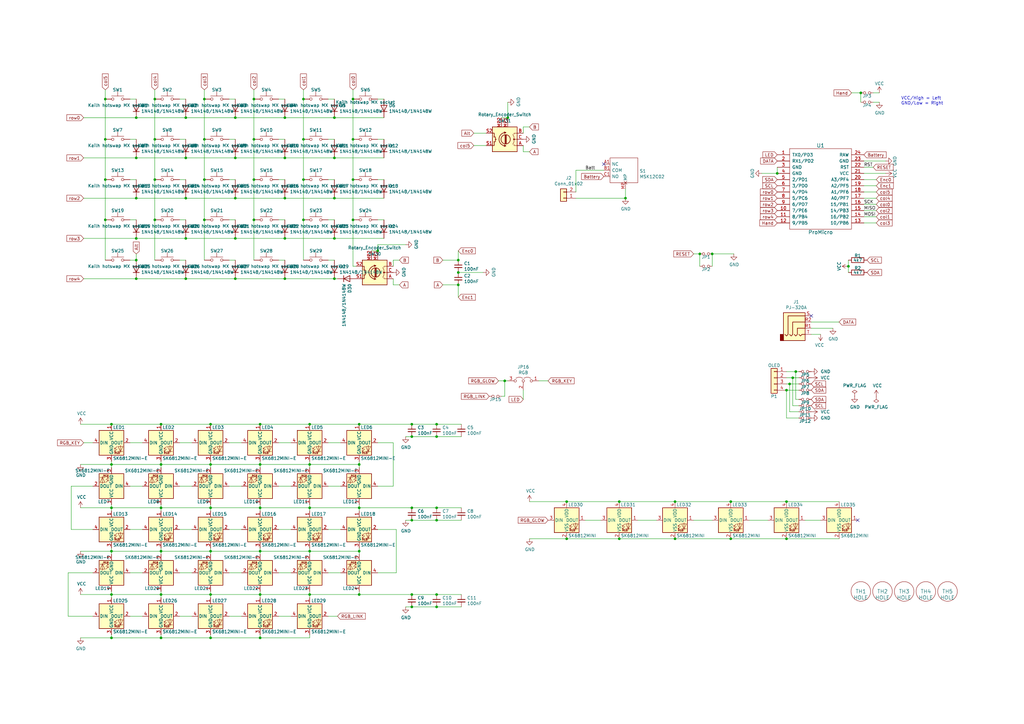
<source format=kicad_sch>
(kicad_sch (version 20211123) (generator eeschema)
  (paper "A3")
  (title_block (title "Lotus 58 Glow") (date "2021-12-17") (rev "v1.23") (company "Markus Knutsson <markus.knutsson@tweety.se>") (comment 1 "https://github.com/TweetyDaBird") (comment 2 "Licensed under CERN-OHL-S v2 or any superseding version"))
  (junction (at 124.46 57.15))
  (junction (at 55.88 106.68))
  (junction (at 66.04 261.62))
  (junction (at 137.16 97.79))
  (junction (at 66.04 208.28))
  (junction (at 106.68 243.84))
  (junction (at 322.58 160.02))
  (junction (at 276.86 205.74))
  (junction (at 322.58 205.74))
  (junction (at 86.36 208.28))
  (junction (at 96.52 114.3))
  (junction (at 144.78 57.15))
  (junction (at 168.91 248.92))
  (junction (at 106.68 190.5))
  (junction (at 63.5 90.17))
  (junction (at 86.36 173.99))
  (junction (at 83.82 90.17))
  (junction (at 187.96 116.84))
  (junction (at 179.07 248.92))
  (junction (at 116.84 64.77))
  (junction (at 137.16 64.77))
  (junction (at 45.72 173.99))
  (junction (at 347.98 109.22))
  (junction (at 276.86 220.98))
  (junction (at 66.04 243.84))
  (junction (at 55.88 114.3))
  (junction (at 179.07 173.99))
  (junction (at 187.96 111.76))
  (junction (at 86.36 261.62))
  (junction (at 116.84 48.26))
  (junction (at 116.84 81.28))
  (junction (at 208.28 48.26))
  (junction (at 124.46 40.64))
  (junction (at 63.5 57.15))
  (junction (at 179.07 208.28))
  (junction (at 104.14 40.64))
  (junction (at 76.2 81.28))
  (junction (at 43.18 57.15))
  (junction (at 147.32 226.06))
  (junction (at 55.88 48.26))
  (junction (at 63.5 40.64))
  (junction (at 154.94 102.87))
  (junction (at 55.88 81.28))
  (junction (at 144.78 73.66))
  (junction (at 76.2 64.77))
  (junction (at 104.14 90.17))
  (junction (at 207.01 156.21))
  (junction (at 66.04 173.99))
  (junction (at 45.72 208.28))
  (junction (at 76.2 48.26))
  (junction (at 55.88 97.79))
  (junction (at 299.72 220.98))
  (junction (at 147.32 208.28))
  (junction (at 106.68 173.99))
  (junction (at 63.5 73.66))
  (junction (at 43.18 40.64))
  (junction (at 55.88 64.77))
  (junction (at 179.07 179.07))
  (junction (at 116.84 114.3))
  (junction (at 147.32 243.84))
  (junction (at 45.72 226.06))
  (junction (at 45.72 261.62))
  (junction (at 96.52 64.77))
  (junction (at 287.02 104.14))
  (junction (at 43.18 73.66))
  (junction (at 256.54 81.28))
  (junction (at 168.91 213.36))
  (junction (at 168.91 208.28))
  (junction (at 353.06 38.1))
  (junction (at 76.2 114.3))
  (junction (at 83.82 73.66))
  (junction (at 127 243.84))
  (junction (at 127 208.28))
  (junction (at 45.72 243.84))
  (junction (at 116.84 97.79))
  (junction (at 66.04 190.5))
  (junction (at 86.36 226.06))
  (junction (at 187.96 106.68))
  (junction (at 127 173.99))
  (junction (at 96.52 48.26))
  (junction (at 326.39 152.4))
  (junction (at 137.16 81.28))
  (junction (at 127 190.5))
  (junction (at 137.16 48.26))
  (junction (at 124.46 73.66))
  (junction (at 137.16 114.3))
  (junction (at 127 226.06))
  (junction (at 292.1 104.14))
  (junction (at 318.77 71.12))
  (junction (at 325.12 154.94))
  (junction (at 147.32 190.5))
  (junction (at 45.72 190.5))
  (junction (at 106.68 208.28))
  (junction (at 83.82 40.64))
  (junction (at 179.07 213.36))
  (junction (at 323.85 157.48))
  (junction (at 86.36 190.5))
  (junction (at 104.14 73.66))
  (junction (at 83.82 57.15))
  (junction (at 168.91 173.99))
  (junction (at 179.07 243.84))
  (junction (at 86.36 243.84))
  (junction (at 104.14 57.15))
  (junction (at 168.91 179.07))
  (junction (at 96.52 81.28))
  (junction (at 232.41 205.74))
  (junction (at 106.68 226.06))
  (junction (at 322.58 220.98))
  (junction (at 144.78 40.64))
  (junction (at 96.52 97.79))
  (junction (at 144.78 90.17))
  (junction (at 254 220.98))
  (junction (at 106.68 261.62))
  (junction (at 299.72 205.74))
  (junction (at 254 205.74))
  (junction (at 43.18 90.17))
  (junction (at 168.91 243.84))
  (junction (at 147.32 173.99))
  (junction (at 76.2 97.79))
  (junction (at 124.46 90.17))
  (junction (at 232.41 220.98))
  (junction (at 66.04 226.06))
  (no_connect (at 351.79 213.36))
  (no_connect (at 247.65 67.31))
  (no_connect (at 332.74 129.54))
  (wire (pts (xy 299.72 220.98) (xy 322.58 220.98)))
  (wire (pts (xy 354.33 81.28) (xy 359.41 81.28)))
  (wire (pts (xy 147.32 190.5) (xy 147.32 189.23)))
  (wire (pts (xy 322.58 152.4) (xy 326.39 152.4)))
  (wire (pts (xy 127 190.5) (xy 127 189.23)))
  (wire (pts (xy 217.17 220.98) (xy 232.41 220.98)))
  (wire (pts (xy 86.36 226.06) (xy 106.68 226.06)))
  (wire (pts (xy 127 173.99) (xy 147.32 173.99)))
  (wire (pts (xy 137.16 57.15) (xy 134.62 57.15)))
  (wire (pts (xy 168.91 208.28) (xy 179.07 208.28)))
  (wire (pts (xy 187.96 106.68) (xy 187.96 102.87)))
  (wire (pts (xy 127 209.55) (xy 127 208.28)))
  (wire (pts (xy 114.3 40.64) (xy 116.84 40.64)))
  (wire (pts (xy 114.3 252.73) (xy 119.38 252.73)))
  (wire (pts (xy 114.3 181.61) (xy 119.38 181.61)))
  (wire (pts (xy 134.62 217.17) (xy 139.7 217.17)))
  (wire (pts (xy 73.66 199.39) (xy 78.74 199.39)))
  (wire (pts (xy 73.66 73.66) (xy 76.2 73.66)))
  (wire (pts (xy 73.66 234.95) (xy 78.74 234.95)))
  (wire (pts (xy 168.91 179.07) (xy 179.07 179.07)))
  (wire (pts (xy 86.36 208.28) (xy 86.36 209.55)))
  (wire (pts (xy 45.72 261.62) (xy 45.72 260.35)))
  (wire (pts (xy 199.39 54.61) (xy 194.31 54.61)))
  (wire (pts (xy 168.91 173.99) (xy 179.07 173.99)))
  (wire (pts (xy 322.58 205.74) (xy 344.17 205.74)))
  (wire (pts (xy 66.04 245.11) (xy 66.04 243.84)))
  (wire (pts (xy 332.74 132.08) (xy 344.17 132.08)))
  (wire (pts (xy 168.91 213.36) (xy 179.07 213.36)))
  (wire (pts (xy 147.32 208.28) (xy 147.32 209.55)))
  (wire (pts (xy 53.34 199.39) (xy 58.42 199.39)))
  (wire (pts (xy 134.62 181.61) (xy 139.7 181.61)))
  (wire (pts (xy 127 242.57) (xy 127 243.84)))
  (wire (pts (xy 27.94 234.95) (xy 27.94 252.73)))
  (wire (pts (xy 179.07 248.92) (xy 189.23 248.92)))
  (wire (pts (xy 214.63 160.02) (xy 214.63 163.83)))
  (wire (pts (xy 38.1 234.95) (xy 27.94 234.95)))
  (wire (pts (xy 93.98 199.39) (xy 99.06 199.39)))
  (wire (pts (xy 34.29 114.3) (xy 55.88 114.3)))
  (wire (pts (xy 168.91 248.92) (xy 179.07 248.92)))
  (wire (pts (xy 326.39 152.4) (xy 326.39 163.83)))
  (wire (pts (xy 93.98 217.17) (xy 99.06 217.17)))
  (wire (pts (xy 162.56 217.17) (xy 162.56 234.95)))
  (wire (pts (xy 73.66 40.64) (xy 76.2 40.64)))
  (wire (pts (xy 66.04 208.28) (xy 86.36 208.28)))
  (wire (pts (xy 247.65 69.85) (xy 236.22 69.85)))
  (wire (pts (xy 86.36 173.99) (xy 106.68 173.99)))
  (wire (pts (xy 55.88 90.17) (xy 53.34 90.17)))
  (wire (pts (xy 181.61 106.68) (xy 187.96 106.68)))
  (wire (pts (xy 96.52 106.68) (xy 93.98 106.68)))
  (wire (pts (xy 93.98 181.61) (xy 99.06 181.61)))
  (wire (pts (xy 217.17 205.74) (xy 232.41 205.74)))
  (wire (pts (xy 137.16 64.77) (xy 157.48 64.77)))
  (wire (pts (xy 83.82 57.15) (xy 83.82 73.66)))
  (wire (pts (xy 168.91 179.07) (xy 166.37 179.07)))
  (wire (pts (xy 179.07 213.36) (xy 189.23 213.36)))
  (wire (pts (xy 45.72 208.28) (xy 33.02 208.28)))
  (wire (pts (xy 127 243.84) (xy 147.32 243.84)))
  (wire (pts (xy 43.18 36.83) (xy 43.18 40.64)))
  (wire (pts (xy 93.98 40.64) (xy 96.52 40.64)))
  (wire (pts (xy 137.16 114.3) (xy 138.43 114.3)))
  (wire (pts (xy 104.14 40.64) (xy 104.14 57.15)))
  (wire (pts (xy 66.04 208.28) (xy 66.04 209.55)))
  (wire (pts (xy 104.14 36.83) (xy 104.14 40.64)))
  (wire (pts (xy 33.02 173.99) (xy 45.72 173.99)))
  (wire (pts (xy 236.22 69.85) (xy 236.22 78.74)))
  (wire (pts (xy 83.82 73.66) (xy 83.82 90.17)))
  (wire (pts (xy 34.29 181.61) (xy 38.1 181.61)))
  (wire (pts (xy 53.34 181.61) (xy 58.42 181.61)))
  (wire (pts (xy 45.72 190.5) (xy 45.72 191.77)))
  (wire (pts (xy 86.36 224.79) (xy 86.36 226.06)))
  (wire (pts (xy 207.01 156.21) (xy 208.28 156.21)))
  (wire (pts (xy 34.29 64.77) (xy 55.88 64.77)))
  (wire (pts (xy 55.88 64.77) (xy 76.2 64.77)))
  (wire (pts (xy 66.04 242.57) (xy 66.04 243.84)))
  (wire (pts (xy 53.34 73.66) (xy 55.88 73.66)))
  (wire (pts (xy 83.82 40.64) (xy 83.82 57.15)))
  (wire (pts (xy 86.36 190.5) (xy 66.04 190.5)))
  (wire (pts (xy 38.1 217.17) (xy 29.21 217.17)))
  (wire (pts (xy 318.77 71.12) (xy 312.42 71.12)))
  (wire (pts (xy 307.34 213.36) (xy 314.96 213.36)))
  (wire (pts (xy 106.68 190.5) (xy 106.68 189.23)))
  (wire (pts (xy 45.72 227.33) (xy 45.72 226.06)))
  (wire (pts (xy 76.2 114.3) (xy 96.52 114.3)))
  (wire (pts (xy 354.33 73.66) (xy 359.41 73.66)))
  (wire (pts (xy 116.84 73.66) (xy 114.3 73.66)))
  (wire (pts (xy 55.88 104.14) (xy 55.88 106.68)))
  (wire (pts (xy 45.72 208.28) (xy 45.72 209.55)))
  (wire (pts (xy 327.66 152.4) (xy 326.39 152.4)))
  (wire (pts (xy 154.94 73.66) (xy 157.48 73.66)))
  (wire (pts (xy 327.66 154.94) (xy 325.12 154.94)))
  (wire (pts (xy 322.58 160.02) (xy 327.66 160.02)))
  (wire (pts (xy 83.82 90.17) (xy 83.82 106.68)))
  (wire (pts (xy 86.36 190.5) (xy 106.68 190.5)))
  (wire (pts (xy 53.34 252.73) (xy 58.42 252.73)))
  (wire (pts (xy 163.83 116.84) (xy 161.29 116.84)))
  (wire (pts (xy 106.68 208.28) (xy 106.68 209.55)))
  (wire (pts (xy 45.72 189.23) (xy 45.72 190.5)))
  (wire (pts (xy 208.28 41.91) (xy 208.28 48.26)))
  (wire (pts (xy 332.74 134.62) (xy 341.63 134.62)))
  (wire (pts (xy 76.2 81.28) (xy 96.52 81.28)))
  (wire (pts (xy 55.88 97.79) (xy 76.2 97.79)))
  (wire (pts (xy 318.77 68.58) (xy 318.77 71.12)))
  (wire (pts (xy 104.14 73.66) (xy 104.14 90.17)))
  (wire (pts (xy 161.29 116.84) (xy 161.29 114.3)))
  (wire (pts (xy 187.96 121.92) (xy 187.96 116.84)))
  (wire (pts (xy 199.39 59.69) (xy 194.31 59.69)))
  (wire (pts (xy 322.58 220.98) (xy 344.17 220.98)))
  (wire (pts (xy 124.46 90.17) (xy 124.46 106.68)))
  (wire (pts (xy 276.86 220.98) (xy 299.72 220.98)))
  (wire (pts (xy 207.01 162.56) (xy 207.01 156.21)))
  (wire (pts (xy 45.72 207.01) (xy 45.72 208.28)))
  (wire (pts (xy 217.17 52.07) (xy 214.63 52.07)))
  (wire (pts (xy 166.37 100.33) (xy 154.94 100.33)))
  (wire (pts (xy 83.82 36.83) (xy 83.82 40.64)))
  (wire (pts (xy 354.33 71.12) (xy 363.22 71.12)))
  (wire (pts (xy 76.2 64.77) (xy 96.52 64.77)))
  (wire (pts (xy 124.46 40.64) (xy 124.46 57.15)))
  (wire (pts (xy 66.04 261.62) (xy 45.72 261.62)))
  (wire (pts (xy 104.14 57.15) (xy 104.14 73.66)))
  (wire (pts (xy 276.86 205.74) (xy 299.72 205.74)))
  (wire (pts (xy 284.48 213.36) (xy 292.1 213.36)))
  (wire (pts (xy 154.94 90.17) (xy 157.48 90.17)))
  (wire (pts (xy 106.68 190.5) (xy 127 190.5)))
  (wire (pts (xy 27.94 252.73) (xy 38.1 252.73)))
  (wire (pts (xy 254 220.98) (xy 276.86 220.98)))
  (wire (pts (xy 144.78 40.64) (xy 144.78 57.15)))
  (wire (pts (xy 261.62 213.36) (xy 269.24 213.36)))
  (wire (pts (xy 147.32 173.99) (xy 168.91 173.99)))
  (wire (pts (xy 354.33 76.2) (xy 359.41 76.2)))
  (wire (pts (xy 106.68 261.62) (xy 86.36 261.62)))
  (wire (pts (xy 114.3 90.17) (xy 116.84 90.17)))
  (wire (pts (xy 124.46 57.15) (xy 124.46 73.66)))
  (wire (pts (xy 86.36 261.62) (xy 86.36 260.35)))
  (wire (pts (xy 76.2 57.15) (xy 73.66 57.15)))
  (wire (pts (xy 106.68 243.84) (xy 106.68 242.57)))
  (wire (pts (xy 147.32 208.28) (xy 168.91 208.28)))
  (wire (pts (xy 354.33 66.04) (xy 363.22 66.04)))
  (wire (pts (xy 73.66 217.17) (xy 78.74 217.17)))
  (wire (pts (xy 207.01 162.56) (xy 205.74 162.56)))
  (wire (pts (xy 96.52 97.79) (xy 116.84 97.79)))
  (wire (pts (xy 86.36 245.11) (xy 86.36 243.84)))
  (wire (pts (xy 287.02 104.14) (xy 287.02 109.22)))
  (wire (pts (xy 124.46 73.66) (xy 124.46 90.17)))
  (wire (pts (xy 154.94 234.95) (xy 162.56 234.95)))
  (wire (pts (xy 106.68 226.06) (xy 127 226.06)))
  (wire (pts (xy 63.5 36.83) (xy 63.5 40.64)))
  (wire (pts (xy 33.02 243.84) (xy 45.72 243.84)))
  (wire (pts (xy 208.28 48.26) (xy 205.74 48.26)))
  (wire (pts (xy 104.14 90.17) (xy 104.14 106.68)))
  (wire (pts (xy 152.4 102.87) (xy 154.94 102.87)))
  (wire (pts (xy 240.03 213.36) (xy 246.38 213.36)))
  (wire (pts (xy 106.68 245.11) (xy 106.68 243.84)))
  (wire (pts (xy 34.29 97.79) (xy 55.88 97.79)))
  (wire (pts (xy 53.34 234.95) (xy 58.42 234.95)))
  (wire (pts (xy 137.16 106.68) (xy 134.62 106.68)))
  (wire (pts (xy 93.98 57.15) (xy 96.52 57.15)))
  (wire (pts (xy 147.32 224.79) (xy 147.32 226.06)))
  (wire (pts (xy 114.3 234.95) (xy 119.38 234.95)))
  (wire (pts (xy 116.84 106.68) (xy 114.3 106.68)))
  (wire (pts (xy 86.36 190.5) (xy 86.36 191.77)))
  (wire (pts (xy 127 261.62) (xy 106.68 261.62)))
  (wire (pts (xy 33.02 226.06) (xy 45.72 226.06)))
  (wire (pts (xy 147.32 208.28) (xy 147.32 207.01)))
  (wire (pts (xy 106.68 191.77) (xy 106.68 190.5)))
  (wire (pts (xy 154.94 40.64) (xy 157.48 40.64)))
  (wire (pts (xy 147.32 190.5) (xy 147.32 191.77)))
  (wire (pts (xy 360.68 41.91) (xy 358.14 41.91)))
  (wire (pts (xy 127 191.77) (xy 127 190.5)))
  (wire (pts (xy 354.33 83.82) (xy 359.41 83.82)))
  (wire (pts (xy 299.72 205.74) (xy 322.58 205.74)))
  (wire (pts (xy 93.98 234.95) (xy 99.06 234.95)))
  (wire (pts (xy 217.17 62.23) (xy 214.63 62.23)))
  (wire (pts (xy 181.61 116.84) (xy 187.96 116.84)))
  (wire (pts (xy 66.04 173.99) (xy 86.36 173.99)))
  (wire (pts (xy 168.91 248.92) (xy 166.37 248.92)))
  (wire (pts (xy 127 226.06) (xy 147.32 226.06)))
  (wire (pts (xy 353.06 41.91) (xy 353.06 38.1)))
  (wire (pts (xy 86.36 208.28) (xy 86.36 207.01)))
  (wire (pts (xy 187.96 111.76) (xy 198.12 111.76)))
  (wire (pts (xy 354.33 88.9) (xy 359.41 88.9)))
  (wire (pts (xy 73.66 252.73) (xy 78.74 252.73)))
  (wire (pts (xy 29.21 217.17) (xy 29.21 199.39)))
  (wire (pts (xy 168.91 243.84) (xy 179.07 243.84)))
  (wire (pts (xy 284.48 104.14) (xy 287.02 104.14)))
  (wire (pts (xy 214.63 52.07) (xy 214.63 54.61)))
  (wire (pts (xy 55.88 114.3) (xy 76.2 114.3)))
  (wire (pts (xy 93.98 252.73) (xy 99.06 252.73)))
  (wire (pts (xy 66.04 261.62) (xy 66.04 260.35)))
  (wire (pts (xy 137.16 40.64) (xy 134.62 40.64)))
  (wire (pts (xy 45.72 190.5) (xy 33.02 190.5)))
  (wire (pts (xy 96.52 90.17) (xy 93.98 90.17)))
  (wire (pts (xy 116.84 64.77) (xy 137.16 64.77)))
  (wire (pts (xy 256.54 81.28) (xy 256.54 77.47)))
  (wire (pts (xy 137.16 81.28) (xy 157.48 81.28)))
  (wire (pts (xy 66.04 190.5) (xy 66.04 189.23)))
  (wire (pts (xy 354.33 91.44) (xy 359.41 91.44)))
  (wire (pts (xy 45.72 173.99) (xy 66.04 173.99)))
  (wire (pts (xy 34.29 48.26) (xy 55.88 48.26)))
  (wire (pts (xy 154.94 100.33) (xy 154.94 102.87)))
  (wire (pts (xy 144.78 73.66) (xy 144.78 90.17)))
  (wire (pts (xy 127 245.11) (xy 127 243.84)))
  (wire (pts (xy 347.98 109.22) (xy 347.98 111.76)))
  (wire (pts (xy 349.25 38.1) (xy 353.06 38.1)))
  (wire (pts (xy 292.1 104.14) (xy 292.1 109.22)))
  (wire (pts (xy 157.48 57.15) (xy 154.94 57.15)))
  (wire (pts (xy 45.72 190.5) (xy 66.04 190.5)))
  (wire (pts (xy 106.68 224.79) (xy 106.68 226.06)))
  (wire (pts (xy 66.04 224.79) (xy 66.04 226.06)))
  (wire (pts (xy 127 190.5) (xy 147.32 190.5)))
  (wire (pts (xy 147.32 243.84) (xy 147.32 242.57)))
  (wire (pts (xy 96.52 114.3) (xy 116.84 114.3)))
  (wire (pts (xy 116.84 81.28) (xy 137.16 81.28)))
  (wire (pts (xy 106.68 208.28) (xy 127 208.28)))
  (wire (pts (xy 127 261.62) (xy 127 260.35)))
  (wire (pts (xy 354.33 68.58) (xy 358.14 68.58)))
  (wire (pts (xy 127 208.28) (xy 127 207.01)))
  (wire (pts (xy 254 205.74) (xy 276.86 205.74)))
  (wire (pts (xy 147.32 243.84) (xy 168.91 243.84)))
  (wire (pts (xy 347.98 106.68) (xy 347.98 109.22)))
  (wire (pts (xy 154.94 217.17) (xy 162.56 217.17)))
  (wire (pts (xy 161.29 181.61) (xy 161.29 199.39)))
  (wire (pts (xy 96.52 81.28) (xy 116.84 81.28)))
  (wire (pts (xy 86.36 189.23) (xy 86.36 190.5)))
  (wire (pts (xy 179.07 173.99) (xy 189.23 173.99)))
  (wire (pts (xy 96.52 48.26) (xy 116.84 48.26)))
  (wire (pts (xy 63.5 90.17) (xy 63.5 106.68)))
  (wire (pts (xy 66.04 208.28) (xy 66.04 207.01)))
  (wire (pts (xy 66.04 191.77) (xy 66.04 190.5)))
  (wire (pts (xy 179.07 243.84) (xy 189.23 243.84)))
  (wire (pts (xy 86.36 227.33) (xy 86.36 226.06)))
  (wire (pts (xy 138.43 252.73) (xy 134.62 252.73)))
  (wire (pts (xy 73.66 181.61) (xy 78.74 181.61)))
  (wire (pts (xy 163.83 106.68) (xy 161.29 106.68)))
  (wire (pts (xy 127 208.28) (xy 147.32 208.28)))
  (wire (pts (xy 300.99 104.14) (xy 292.1 104.14)))
  (wire (pts (xy 168.91 213.36) (xy 166.37 213.36)))
  (wire (pts (xy 86.36 243.84) (xy 86.36 242.57)))
  (wire (pts (xy 332.74 137.16) (xy 336.55 137.16)))
  (wire (pts (xy 76.2 48.26) (xy 96.52 48.26)))
  (wire (pts (xy 53.34 217.17) (xy 58.42 217.17)))
  (wire (pts (xy 45.72 242.57) (xy 45.72 243.84)))
  (wire (pts (xy 358.14 38.1) (xy 360.68 38.1)))
  (wire (pts (xy 43.18 57.15) (xy 43.18 73.66)))
  (wire (pts (xy 154.94 199.39) (xy 161.29 199.39)))
  (wire (pts (xy 134.62 234.95) (xy 139.7 234.95)))
  (wire (pts (xy 45.72 245.11) (xy 45.72 243.84)))
  (wire (pts (xy 86.36 208.28) (xy 106.68 208.28)))
  (wire (pts (xy 66.04 243.84) (xy 86.36 243.84)))
  (wire (pts (xy 43.18 90.17) (xy 43.18 106.68)))
  (wire (pts (xy 66.04 226.06) (xy 86.36 226.06)))
  (wire (pts (xy 114.3 199.39) (xy 119.38 199.39)))
  (wire (pts (xy 124.46 36.83) (xy 124.46 40.64)))
  (wire (pts (xy 144.78 57.15) (xy 144.78 73.66)))
  (wire (pts (xy 144.78 36.83) (xy 144.78 40.64)))
  (wire (pts (xy 144.78 90.17) (xy 144.78 109.22)))
  (wire (pts (xy 86.36 261.62) (xy 66.04 261.62)))
  (wire (pts (xy 137.16 48.26) (xy 157.48 48.26)))
  (wire (pts (xy 106.68 173.99) (xy 127 173.99)))
  (wire (pts (xy 106.68 261.62) (xy 106.68 260.35)))
  (wire (pts (xy 55.88 48.26) (xy 76.2 48.26)))
  (wire (pts (xy 323.85 157.48) (xy 327.66 157.48)))
  (wire (pts (xy 137.16 97.79) (xy 157.48 97.79)))
  (wire (pts (xy 106.68 243.84) (xy 127 243.84)))
  (wire (pts (xy 76.2 97.79) (xy 96.52 97.79)))
  (wire (pts (xy 127 227.33) (xy 127 226.06)))
  (wire (pts (xy 76.2 90.17) (xy 73.66 90.17)))
  (wire (pts (xy 29.21 199.39) (xy 38.1 199.39)))
  (wire (pts (xy 45.72 261.62) (xy 33.02 261.62)))
  (wire (pts (xy 325.12 154.94) (xy 325.12 166.37)))
  (wire (pts (xy 323.85 168.91) (xy 323.85 157.48)))
  (wire (pts (xy 179.07 208.28) (xy 189.23 208.28)))
  (wire (pts (xy 232.41 220.98) (xy 254 220.98)))
  (wire (pts (xy 45.72 226.06) (xy 66.04 226.06)))
  (wire (pts (xy 322.58 171.45) (xy 327.66 171.45)))
  (wire (pts (xy 322.58 160.02) (xy 322.58 171.45)))
  (wire (pts (xy 63.5 73.66) (xy 63.5 90.17)))
  (wire (pts (xy 161.29 106.68) (xy 161.29 109.22)))
  (wire (pts (xy 114.3 217.17) (xy 119.38 217.17)))
  (wire (pts (xy 137.16 73.66) (xy 134.62 73.66)))
  (wire (pts (xy 144.78 109.22) (xy 146.05 109.22)))
  (wire (pts (xy 76.2 106.68) (xy 73.66 106.68)))
  (wire (pts (xy 322.58 154.94) (xy 325.12 154.94)))
  (wire (pts (xy 55.88 57.15) (xy 53.34 57.15)))
  (wire (pts (xy 354.33 86.36) (xy 359.41 86.36)))
  (wire (pts (xy 204.47 156.21) (xy 207.01 156.21)))
  (wire (pts (xy 327.66 163.83) (xy 326.39 163.83)))
  (wire (pts (xy 327.66 168.91) (xy 323.85 168.91)))
  (wire (pts (xy 106.68 226.06) (xy 106.68 227.33)))
  (wire (pts (xy 116.84 57.15) (xy 114.3 57.15)))
  (wire (pts (xy 93.98 73.66) (xy 96.52 73.66)))
  (wire (pts (xy 330.2 213.36) (xy 336.55 213.36)))
  (wire (pts (xy 55.88 40.64) (xy 53.34 40.64)))
  (wire (pts (xy 154.94 181.61) (xy 161.29 181.61)))
  (wire (pts (xy 86.36 243.84) (xy 106.68 243.84)))
  (wire (pts (xy 127 224.79) (xy 127 226.06)))
  (wire (pts (xy 116.84 114.3) (xy 137.16 114.3)))
  (wire (pts (xy 55.88 81.28) (xy 76.2 81.28)))
  (wire (pts (xy 137.16 90.17) (xy 134.62 90.17)))
  (wire (pts (xy 116.84 97.79) (xy 137.16 97.79)))
  (wire (pts (xy 45.72 208.28) (xy 66.04 208.28)))
  (wire (pts (xy 224.79 156.21) (xy 220.98 156.21)))
  (wire (pts (xy 63.5 40.64) (xy 63.5 57.15)))
  (wire (pts (xy 34.29 81.28) (xy 55.88 81.28)))
  (wire (pts (xy 66.04 226.06) (xy 66.04 227.33)))
  (wire (pts (xy 45.72 243.84) (xy 66.04 243.84)))
  (wire (pts (xy 106.68 208.28) (xy 106.68 207.01)))
  (wire (pts (xy 236.22 81.28) (xy 256.54 81.28)))
  (wire (pts (xy 96.52 64.77) (xy 116.84 64.77)))
  (wire (pts (xy 214.63 62.23) (xy 214.63 59.69)))
  (wire (pts (xy 325.12 166.37) (xy 327.66 166.37)))
  (wire (pts (xy 45.72 224.79) (xy 45.72 226.06)))
  (wire (pts (xy 354.33 78.74) (xy 359.41 78.74)))
  (wire (pts (xy 232.41 205.74) (xy 254 205.74)))
  (wire (pts (xy 179.07 179.07) (xy 189.23 179.07)))
  (wire (pts (xy 53.34 106.68) (xy 55.88 106.68)))
  (wire (pts (xy 322.58 157.48) (xy 323.85 157.48)))
  (wire (pts (xy 147.32 226.06) (xy 147.32 227.33)))
  (wire (pts (xy 43.18 40.64) (xy 43.18 57.15)))
  (wire (pts (xy 116.84 48.26) (xy 137.16 48.26)))
  (wire (pts (xy 63.5 57.15) (xy 63.5 73.66)))
  (wire (pts (xy 43.18 73.66) (xy 43.18 90.17)))
  (wire (pts (xy 134.62 199.39) (xy 139.7 199.39)))
  (text "VCC/High = Left\nGND/Low = Right" (at 369.57 43.18 0) (effects (font (size 1.27 1.27)) (justify left bottom)))
  (label "MOSI" (at 354.33 88.9 0))
  (label "SCK" (at 354.33 83.82 0))
  (label "Batt" (at 240.03 69.85 0))
  (label "RST" (at 354.33 68.58 0))
  (label "MISO" (at 354.33 86.36 0))
  (global_label "A" (shape input) (at 181.61 116.84 180) (property "Intersheet References" "${INTERSHEET_REFS}" (effects hide)))
  (global_label "Alt" (shape input) (at 55.88 104.14 90) (property "Intersheet References" "${INTERSHEET_REFS}" (effects hide)))
  (global_label "col2" (shape input) (at 359.41 86.36 0) (property "Intersheet References" "${INTERSHEET_REFS}" (effects hide)))
  (global_label "RESET" (shape input) (at 284.48 104.14 180) (property "Intersheet References" "${INTERSHEET_REFS}" (effects hide)))
  (global_label "row2" (shape input) (at 318.77 83.82 180) (property "Intersheet References" "${INTERSHEET_REFS}" (effects hide)))
  (global_label "RESET" (shape input) (at 358.14 68.58 0) (property "Intersheet References" "${INTERSHEET_REFS}" (effects hide)))
  (global_label "col4" (shape input) (at 63.5 36.83 90) (property "Intersheet References" "${INTERSHEET_REFS}" (effects hide)))
  (global_label "row1" (shape input) (at 318.77 81.28 180) (property "Intersheet References" "${INTERSHEET_REFS}" (effects hide)))
  (global_label "RGB_GLOW" (shape input) (at 224.79 213.36 180) (property "Intersheet References" "${INTERSHEET_REFS}" (effects hide)))
  (global_label "SCL" (shape input) (at 355.6 106.68 0) (property "Intersheet References" "${INTERSHEET_REFS}" (effects hide)))
  (global_label "Battery" (shape input) (at 354.33 63.5 0) (property "Intersheet References" "${INTERSHEET_REFS}" (effects hide)))
  (global_label "RGB_GLOW" (shape input) (at 204.47 156.21 180) (property "Intersheet References" "${INTERSHEET_REFS}" (effects hide)))
  (global_label "SDA" (shape input) (at 355.6 111.76 0) (property "Intersheet References" "${INTERSHEET_REFS}" (effects hide)))
  (global_label "Enc1" (shape input) (at 187.96 121.92 0) (property "Intersheet References" "${INTERSHEET_REFS}" (effects hide)))
  (global_label "RGB_KEY" (shape input) (at 224.79 156.21 0) (property "Intersheet References" "${INTERSHEET_REFS}" (effects hide)))
  (global_label "RGB_LINK" (shape input) (at 200.66 162.56 180) (property "Intersheet References" "${INTERSHEET_REFS}" (effects hide)))
  (global_label "row3" (shape input) (at 34.29 97.79 180) (property "Intersheet References" "${INTERSHEET_REFS}" (effects hide)))
  (global_label "SDA" (shape input) (at 332.74 163.83 0) (property "Intersheet References" "${INTERSHEET_REFS}" (effects hide)))
  (global_label "row3" (shape input) (at 318.77 86.36 180) (property "Intersheet References" "${INTERSHEET_REFS}" (effects hide)))
  (global_label "SCL" (shape input) (at 318.77 76.2 180) (property "Intersheet References" "${INTERSHEET_REFS}" (effects hide)))
  (global_label "SDA" (shape input) (at 332.74 160.02 0) (property "Intersheet References" "${INTERSHEET_REFS}" (effects hide)))
  (global_label "Enc0" (shape input) (at 359.41 73.66 0) (property "Intersheet References" "${INTERSHEET_REFS}" (effects hide)))
  (global_label "col4" (shape input) (at 359.41 81.28 0) (property "Intersheet References" "${INTERSHEET_REFS}" (effects hide)))
  (global_label "row1" (shape input) (at 34.29 64.77 180) (property "Intersheet References" "${INTERSHEET_REFS}" (effects hide)))
  (global_label "SCL" (shape input) (at 332.74 166.37 0) (property "Intersheet References" "${INTERSHEET_REFS}" (effects hide)))
  (global_label "RGB_LINK" (shape input) (at 138.43 252.73 0) (property "Intersheet References" "${INTERSHEET_REFS}" (effects hide)))
  (global_label "row2" (shape input) (at 34.29 81.28 180) (property "Intersheet References" "${INTERSHEET_REFS}" (effects hide)))
  (global_label "A" (shape input) (at 217.17 62.23 0) (property "Intersheet References" "${INTERSHEET_REFS}" (effects hide)))
  (global_label "col5" (shape input) (at 194.31 59.69 180) (property "Intersheet References" "${INTERSHEET_REFS}" (effects hide)))
  (global_label "col5" (shape input) (at 43.18 36.83 90) (property "Intersheet References" "${INTERSHEET_REFS}" (effects hide)))
  (global_label "col0" (shape input) (at 359.41 83.82 0) (property "Intersheet References" "${INTERSHEET_REFS}" (effects hide)))
  (global_label "col3" (shape input) (at 83.82 36.83 90) (property "Intersheet References" "${INTERSHEET_REFS}" (effects hide)))
  (global_label "Battery" (shape input) (at 247.65 72.39 180) (property "Intersheet References" "${INTERSHEET_REFS}" (effects hide)))
  (global_label "LED" (shape input) (at 318.77 63.5 180) (property "Intersheet References" "${INTERSHEET_REFS}" (effects hide)))
  (global_label "SCL" (shape input) (at 332.74 157.48 0) (property "Intersheet References" "${INTERSHEET_REFS}" (effects hide)))
  (global_label "Hand" (shape input) (at 318.77 91.44 180) (property "Intersheet References" "${INTERSHEET_REFS}" (effects hide)))
  (global_label "A" (shape input) (at 163.83 116.84 0) (property "Intersheet References" "${INTERSHEET_REFS}" (effects hide)))
  (global_label "row0" (shape input) (at 34.29 48.26 180) (property "Intersheet References" "${INTERSHEET_REFS}" (effects hide)))
  (global_label "SDA" (shape input) (at 318.77 73.66 180) (property "Intersheet References" "${INTERSHEET_REFS}" (effects hide)))
  (global_label "RGB_KEY" (shape input) (at 34.29 181.61 180) (property "Intersheet References" "${INTERSHEET_REFS}" (effects hide)))
  (global_label "Alt" (shape input) (at 194.31 54.61 180) (property "Intersheet References" "${INTERSHEET_REFS}" (effects hide)))
  (global_label "B" (shape input) (at 181.61 106.68 180) (property "Intersheet References" "${INTERSHEET_REFS}" (effects hide)))
  (global_label "col5" (shape input) (at 359.41 78.74 0) (property "Intersheet References" "${INTERSHEET_REFS}" (effects hide)))
  (global_label "DATA" (shape input) (at 344.17 132.08 0) (property "Intersheet References" "${INTERSHEET_REFS}" (effects hide)))
  (global_label "Enc0" (shape input) (at 187.96 102.87 0) (property "Intersheet References" "${INTERSHEET_REFS}" (effects hide)))
  (global_label "row4" (shape input) (at 34.29 114.3 180) (property "Intersheet References" "${INTERSHEET_REFS}" (effects hide)))
  (global_label "row0" (shape input) (at 318.77 78.74 180) (property "Intersheet References" "${INTERSHEET_REFS}" (effects hide)))
  (global_label "B" (shape input) (at 217.17 52.07 0) (property "Intersheet References" "${INTERSHEET_REFS}" (effects hide)))
  (global_label "B" (shape input) (at 163.83 106.68 0) (property "Intersheet References" "${INTERSHEET_REFS}" (effects hide)))
  (global_label "col1" (shape input) (at 359.41 88.9 0) (property "Intersheet References" "${INTERSHEET_REFS}" (effects hide)))
  (global_label "col1" (shape input) (at 124.46 36.83 90) (property "Intersheet References" "${INTERSHEET_REFS}" (effects hide)))
  (global_label "col0" (shape input) (at 144.78 36.83 90) (property "Intersheet References" "${INTERSHEET_REFS}" (effects hide)))
  (global_label "Hand" (shape input) (at 349.25 38.1 180) (property "Intersheet References" "${INTERSHEET_REFS}" (effects hide)))
  (global_label "col2" (shape input) (at 104.14 36.83 90) (property "Intersheet References" "${INTERSHEET_REFS}" (effects hide)))
  (global_label "DATA" (shape input) (at 318.77 66.04 180) (property "Intersheet References" "${INTERSHEET_REFS}" (effects hide)))
  (global_label "row4" (shape input) (at 318.77 88.9 180) (property "Intersheet References" "${INTERSHEET_REFS}" (effects hide)))
  (global_label "Enc1" (shape input) (at 359.41 76.2 0) (property "Intersheet References" "${INTERSHEET_REFS}" (effects hide)))
  (global_label "col3" (shape input) (at 359.41 91.44 0) (property "Intersheet References" "${INTERSHEET_REFS}" (effects hide)))
  (global_label "LED" (shape input) (at 214.63 163.83 180) (property "Intersheet References" "${INTERSHEET_REFS}" (effects hide)))
  (symbol (lib_id "keebio:ProMicro") (at 336.55 77.47 0) (unit 1)
    (property "Reference" "U1" (at 336.55 59.69 0) (effects (font (size 1.524 1.524))))
    (property "Value" "ProMicro" (at 336.55 95.25 0) (effects (font (size 1.524 1.524))))
    (property "Footprint" "Keyboard Library:ProMicro_Reversible" (effects hide))
  )
  (symbol (lib_id "Switch:SW_Push") (at 48.26 106.68 0) (unit 1)
    (property "Reference" "SW25" (at 48.26 102.87 0))
    (property "Value" "Kailh hotswap MX socket" (at 48.26 109.22 0))
    (property "Footprint" "keyswitches:Kailh_socket_MX_reversible_RGB" (effects hide))
  )
  (symbol (lib_id "Switch:SW_Push") (at 68.58 106.68 0) (unit 1)
    (property "Reference" "SW26" (at 68.58 102.87 0))
    (property "Value" "Kailh hotswap MX socket" (at 68.58 109.22 0))
    (property "Footprint" "keyswitches:Kailh_socket_MX_reversible_RGB" (effects hide))
  )
  (symbol (lib_id "Switch:SW_Push") (at 48.26 40.64 0) (unit 1)
    (property "Reference" "SW1" (at 48.26 36.83 0))
    (property "Value" "Kailh hotswap MX socket" (at 48.26 43.18 0))
    (property "Footprint" "keyswitches:Kailh_socket_MX_reversible_RGB" (effects hide))
  )
  (symbol (lib_id "Device:D") (at 55.88 44.45 90) (unit 1)
    (property "Reference" "D1" (at 57.8866 43.2816 90) (effects (justify right)))
    (property "Value" "1N4148/1N4148W" (at 57.8866 45.593 90) (effects (justify right)))
    (property "Footprint" "Keyboard Library:Diode_DO35_SOD123" (effects hide))
  )
  (symbol (lib_id "Switch:SW_Push") (at 68.58 40.64 0) (unit 1)
    (property "Reference" "SW2" (at 68.58 36.83 0))
    (property "Value" "Kailh hotswap MX socket" (at 68.58 43.18 0))
    (property "Footprint" "keyswitches:Kailh_socket_MX_reversible_RGB" (effects hide))
  )
  (symbol (lib_id "Device:D") (at 76.2 44.45 90) (unit 1)
    (property "Reference" "D2" (at 78.2066 43.2816 90) (effects (justify right)))
    (property "Value" "1N4148/1N4148W" (at 78.2066 45.593 90) (effects (justify right)))
    (property "Footprint" "Keyboard Library:Diode_DO35_SOD123" (effects hide))
  )
  (symbol (lib_id "Switch:SW_Push") (at 88.9 40.64 0) (unit 1)
    (property "Reference" "SW3" (at 88.9 36.83 0))
    (property "Value" "Kailh hotswap MX socket" (at 88.9 43.18 0))
    (property "Footprint" "keyswitches:Kailh_socket_MX_reversible_RGB" (effects hide))
  )
  (symbol (lib_id "Device:D") (at 96.52 44.45 90) (unit 1)
    (property "Reference" "D3" (at 98.5266 43.2816 90) (effects (justify right)))
    (property "Value" "1N4148/1N4148W" (at 98.5266 45.593 90) (effects (justify right)))
    (property "Footprint" "Keyboard Library:Diode_DO35_SOD123" (effects hide))
  )
  (symbol (lib_id "Switch:SW_Push") (at 109.22 40.64 0) (unit 1)
    (property "Reference" "SW4" (at 109.22 36.83 0))
    (property "Value" "Kailh hotswap MX socket" (at 109.22 43.18 0))
    (property "Footprint" "keyswitches:Kailh_socket_MX_reversible_RGB" (effects hide))
  )
  (symbol (lib_id "Device:D") (at 116.84 44.45 90) (unit 1)
    (property "Reference" "D4" (at 118.8466 43.2816 90) (effects (justify right)))
    (property "Value" "1N4148/1N4148W" (at 118.8466 45.593 90) (effects (justify right)))
    (property "Footprint" "Keyboard Library:Diode_DO35_SOD123" (effects hide))
  )
  (symbol (lib_id "Switch:SW_Push") (at 129.54 40.64 0) (unit 1)
    (property "Reference" "SW5" (at 129.54 36.83 0))
    (property "Value" "Kailh hotswap MX socket" (at 129.54 43.18 0))
    (property "Footprint" "keyswitches:Kailh_socket_MX_reversible_RGB" (effects hide))
  )
  (symbol (lib_id "Device:D") (at 137.16 44.45 90) (unit 1)
    (property "Reference" "D5" (at 139.1666 43.2816 90) (effects (justify right)))
    (property "Value" "1N4148/1N4148W" (at 139.1666 45.593 90) (effects (justify right)))
    (property "Footprint" "Keyboard Library:Diode_DO35_SOD123" (effects hide))
  )
  (symbol (lib_id "Switch:SW_Push") (at 149.86 40.64 0) (unit 1)
    (property "Reference" "SW6" (at 149.86 36.83 0))
    (property "Value" "Kailh hotswap MX socket" (at 149.86 41.91 0))
    (property "Footprint" "keyswitches:Kailh_socket_MX_reversible_RGB" (effects hide))
  )
  (symbol (lib_id "Device:D") (at 157.48 44.45 90) (unit 1)
    (property "Reference" "D6" (at 159.4866 43.2816 90) (effects (justify right)))
    (property "Value" "1N4148/1N4148W" (at 159.4866 45.593 90) (effects (justify right)))
    (property "Footprint" "Keyboard Library:Diode_DO35_SOD123" (effects hide))
  )
  (symbol (lib_id "Switch:SW_Push") (at 68.58 57.15 0) (unit 1)
    (property "Reference" "SW8" (at 68.58 53.34 0))
    (property "Value" "Kailh hotswap MX socket" (at 68.58 59.69 0))
    (property "Footprint" "keyswitches:Kailh_socket_MX_reversible_RGB" (effects hide))
  )
  (symbol (lib_id "Switch:SW_Push") (at 88.9 57.15 0) (unit 1)
    (property "Reference" "SW9" (at 88.9 53.34 0))
    (property "Value" "Kailh hotswap MX socket" (at 88.9 59.69 0))
    (property "Footprint" "keyswitches:Kailh_socket_MX_reversible_RGB" (effects hide))
  )
  (symbol (lib_id "Switch:SW_Push") (at 109.22 57.15 0) (unit 1)
    (property "Reference" "SW10" (at 109.22 53.34 0))
    (property "Value" "Kailh hotswap MX socket" (at 109.22 59.69 0))
    (property "Footprint" "keyswitches:Kailh_socket_MX_reversible_RGB" (effects hide))
  )
  (symbol (lib_id "Switch:SW_Push") (at 129.54 57.15 0) (unit 1)
    (property "Reference" "SW11" (at 129.54 53.34 0))
    (property "Value" "Kailh hotswap MX socket" (at 129.54 59.69 0))
    (property "Footprint" "keyswitches:Kailh_socket_MX_reversible_RGB" (effects hide))
  )
  (symbol (lib_id "Switch:SW_Push") (at 149.86 57.15 0) (unit 1)
    (property "Reference" "SW12" (at 149.86 53.34 0))
    (property "Value" "Kailh hotswap MX socket" (at 149.86 59.69 0))
    (property "Footprint" "keyswitches:Kailh_socket_MX_reversible_RGB" (effects hide))
  )
  (symbol (lib_id "Switch:SW_Push") (at 48.26 57.15 0) (unit 1)
    (property "Reference" "SW7" (at 48.26 53.34 0))
    (property "Value" "Kailh hotswap MX socket" (at 48.26 59.69 0))
    (property "Footprint" "keyswitches:Kailh_socket_MX_reversible_RGB" (effects hide))
  )
  (symbol (lib_id "Device:D") (at 55.88 60.96 90) (unit 1)
    (property "Reference" "D7" (at 57.8866 59.7916 90) (effects (justify right)))
    (property "Value" "1N4148/1N4148W" (at 57.8866 62.103 90) (effects (justify right)))
    (property "Footprint" "Keyboard Library:Diode_DO35_SOD123" (effects hide))
  )
  (symbol (lib_id "Device:D") (at 76.2 60.96 90) (unit 1)
    (property "Reference" "D8" (at 78.2066 59.7916 90) (effects (justify right)))
    (property "Value" "1N4148/1N4148W" (at 78.2066 62.103 90) (effects (justify right)))
    (property "Footprint" "Keyboard Library:Diode_DO35_SOD123" (effects hide))
  )
  (symbol (lib_id "Device:D") (at 96.52 60.96 90) (unit 1)
    (property "Reference" "D9" (at 98.5266 59.7916 90) (effects (justify right)))
    (property "Value" "1N4148/1N4148W" (at 98.5266 62.103 90) (effects (justify right)))
    (property "Footprint" "Keyboard Library:Diode_DO35_SOD123" (effects hide))
  )
  (symbol (lib_id "Device:D") (at 116.84 60.96 90) (unit 1)
    (property "Reference" "D10" (at 118.8466 59.7916 90) (effects (justify right)))
    (property "Value" "1N4148/1N4148W" (at 118.8466 62.103 90) (effects (justify right)))
    (property "Footprint" "Keyboard Library:Diode_DO35_SOD123" (effects hide))
  )
  (symbol (lib_id "Device:D") (at 137.16 60.96 90) (unit 1)
    (property "Reference" "D11" (at 139.1666 59.7916 90) (effects (justify right)))
    (property "Value" "1N4148/1N4148W" (at 139.1666 62.103 90) (effects (justify right)))
    (property "Footprint" "Keyboard Library:Diode_DO35_SOD123" (effects hide))
  )
  (symbol (lib_id "Device:D") (at 157.48 60.96 90) (unit 1)
    (property "Reference" "D12" (at 159.4866 59.7916 90) (effects (justify right)))
    (property "Value" "1N4148/1N4148W" (at 159.4866 62.103 90) (effects (justify right)))
    (property "Footprint" "Keyboard Library:Diode_DO35_SOD123" (effects hide))
  )
  (symbol (lib_id "Switch:SW_Push") (at 48.26 73.66 0) (unit 1)
    (property "Reference" "SW13" (at 48.26 69.85 0))
    (property "Value" "Kailh hotswap MX socket" (at 48.26 76.2 0))
    (property "Footprint" "keyswitches:Kailh_socket_MX_reversible_RGB" (effects hide))
  )
  (symbol (lib_id "Switch:SW_Push") (at 68.58 73.66 0) (unit 1)
    (property "Reference" "SW14" (at 68.58 69.85 0))
    (property "Value" "Kailh hotswap MX socket" (at 68.58 76.2 0))
    (property "Footprint" "keyswitches:Kailh_socket_MX_reversible_RGB" (effects hide))
  )
  (symbol (lib_id "Switch:SW_Push") (at 88.9 73.66 0) (unit 1)
    (property "Reference" "SW15" (at 88.9 69.85 0))
    (property "Value" "Kailh hotswap MX socket" (at 88.9 76.2 0))
    (property "Footprint" "keyswitches:Kailh_socket_MX_reversible_RGB" (effects hide))
  )
  (symbol (lib_id "Switch:SW_Push") (at 109.22 73.66 0) (unit 1)
    (property "Reference" "SW16" (at 109.22 69.85 0))
    (property "Value" "Kailh hotswap MX socket" (at 109.22 76.2 0))
    (property "Footprint" "keyswitches:Kailh_socket_MX_reversible_RGB" (effects hide))
  )
  (symbol (lib_id "Switch:SW_Push") (at 129.54 73.66 0) (unit 1)
    (property "Reference" "SW17" (at 129.54 69.85 0))
    (property "Value" "Kailh hotswap MX socket" (at 129.54 76.2 0))
    (property "Footprint" "keyswitches:Kailh_socket_MX_reversible_RGB" (effects hide))
  )
  (symbol (lib_id "Switch:SW_Push") (at 149.86 73.66 0) (unit 1)
    (property "Reference" "SW18" (at 149.86 69.85 0))
    (property "Value" "Kailh hotswap MX socket" (at 149.86 76.2 0))
    (property "Footprint" "keyswitches:Kailh_socket_MX_reversible_RGB" (effects hide))
  )
  (symbol (lib_id "Device:D") (at 55.88 77.47 90) (unit 1)
    (property "Reference" "D13" (at 57.8866 76.3016 90) (effects (justify right)))
    (property "Value" "1N4148/1N4148W" (at 57.8866 78.613 90) (effects (justify right)))
    (property "Footprint" "Keyboard Library:Diode_DO35_SOD123" (effects hide))
  )
  (symbol (lib_id "Device:D") (at 76.2 77.47 90) (unit 1)
    (property "Reference" "D14" (at 78.2066 76.3016 90) (effects (justify right)))
    (property "Value" "1N4148/1N4148W" (at 78.2066 78.613 90) (effects (justify right)))
    (property "Footprint" "Keyboard Library:Diode_DO35_SOD123" (effects hide))
  )
  (symbol (lib_id "Device:D") (at 96.52 77.47 90) (unit 1)
    (property "Reference" "D15" (at 98.5266 76.3016 90) (effects (justify right)))
    (property "Value" "1N4148/1N4148W" (at 98.5266 78.613 90) (effects (justify right)))
    (property "Footprint" "Keyboard Library:Diode_DO35_SOD123" (effects hide))
  )
  (symbol (lib_id "Device:D") (at 116.84 77.47 90) (unit 1)
    (property "Reference" "D16" (at 118.8466 76.3016 90) (effects (justify right)))
    (property "Value" "1N4148/1N4148W" (at 118.8466 78.613 90) (effects (justify right)))
    (property "Footprint" "Keyboard Library:Diode_DO35_SOD123" (effects hide))
  )
  (symbol (lib_id "Device:D") (at 137.16 77.47 90) (unit 1)
    (property "Reference" "D17" (at 139.1666 76.3016 90) (effects (justify right)))
    (property "Value" "1N4148/1N4148W" (at 139.1666 78.613 90) (effects (justify right)))
    (property "Footprint" "Keyboard Library:Diode_DO35_SOD123" (effects hide))
  )
  (symbol (lib_id "Device:D") (at 157.48 77.47 90) (unit 1)
    (property "Reference" "D18" (at 159.4866 76.3016 90) (effects (justify right)))
    (property "Value" "1N4148/1N4148W" (at 159.4866 78.613 90) (effects (justify right)))
    (property "Footprint" "Keyboard Library:Diode_DO35_SOD123" (effects hide))
  )
  (symbol (lib_id "Switch:SW_Push") (at 88.9 90.17 0) (unit 1)
    (property "Reference" "SW21" (at 88.9 86.36 0))
    (property "Value" "Kailh hotswap MX socket" (at 88.9 92.71 0))
    (property "Footprint" "keyswitches:Kailh_socket_MX_reversible_RGB" (effects hide))
  )
  (symbol (lib_id "Switch:SW_Push") (at 109.22 90.17 0) (unit 1)
    (property "Reference" "SW22" (at 109.22 86.36 0))
    (property "Value" "Kailh hotswap MX socket" (at 109.22 92.71 0))
    (property "Footprint" "keyswitches:Kailh_socket_MX_reversible_RGB" (effects hide))
  )
  (symbol (lib_id "Switch:SW_Push") (at 129.54 90.17 0) (unit 1)
    (property "Reference" "SW23" (at 129.54 86.36 0))
    (property "Value" "Kailh hotswap MX socket" (at 129.54 92.71 0))
    (property "Footprint" "keyswitches:Kailh_socket_MX_reversible_RGB" (effects hide))
  )
  (symbol (lib_id "Switch:SW_Push") (at 149.86 90.17 0) (unit 1)
    (property "Reference" "SW24" (at 149.86 86.36 0))
    (property "Value" "Kailh hotswap MX socket" (at 149.86 92.71 0))
    (property "Footprint" "keyswitches:Kailh_socket_MX_reversible_RGB" (effects hide))
  )
  (symbol (lib_id "Switch:SW_Push") (at 68.58 90.17 0) (unit 1)
    (property "Reference" "SW20" (at 68.58 86.36 0))
    (property "Value" "Kailh hotswap MX socket" (at 68.58 92.71 0))
    (property "Footprint" "keyswitches:Kailh_socket_MX_reversible_RGB" (effects hide))
  )
  (symbol (lib_id "Switch:SW_Push") (at 48.26 90.17 0) (unit 1)
    (property "Reference" "SW19" (at 48.26 86.36 0))
    (property "Value" "Kailh hotswap MX socket" (at 48.26 92.71 0))
    (property "Footprint" "keyswitches:Kailh_socket_MX_reversible_RGB" (effects hide))
  )
  (symbol (lib_id "Device:D") (at 55.88 93.98 90) (unit 1)
    (property "Reference" "D19" (at 57.8866 92.8116 90) (effects (justify right)))
    (property "Value" "1N4148/1N4148W" (at 57.8866 95.123 90) (effects (justify right)))
    (property "Footprint" "Keyboard Library:Diode_DO35_SOD123" (effects hide))
  )
  (symbol (lib_id "Device:D") (at 76.2 93.98 90) (unit 1)
    (property "Reference" "D20" (at 78.2066 92.8116 90) (effects (justify right)))
    (property "Value" "1N4148/1N4148W" (at 78.2066 95.123 90) (effects (justify right)))
    (property "Footprint" "Keyboard Library:Diode_DO35_SOD123" (effects hide))
  )
  (symbol (lib_id "Device:D") (at 96.52 93.98 90) (unit 1)
    (property "Reference" "D21" (at 98.5266 92.8116 90) (effects (justify right)))
    (property "Value" "1N4148/1N4148W" (at 98.5266 95.123 90) (effects (justify right)))
    (property "Footprint" "Keyboard Library:Diode_DO35_SOD123" (effects hide))
  )
  (symbol (lib_id "Device:D") (at 116.84 93.98 90) (unit 1)
    (property "Reference" "D22" (at 118.8466 92.8116 90) (effects (justify right)))
    (property "Value" "1N4148/1N4148W" (at 118.8466 95.123 90) (effects (justify right)))
    (property "Footprint" "Keyboard Library:Diode_DO35_SOD123" (effects hide))
  )
  (symbol (lib_id "Device:D") (at 137.16 93.98 90) (unit 1)
    (property "Reference" "D23" (at 139.1666 92.8116 90) (effects (justify right)))
    (property "Value" "1N4148/1N4148W" (at 139.1666 95.123 90) (effects (justify right)))
    (property "Footprint" "Keyboard Library:Diode_DO35_SOD123" (effects hide))
  )
  (symbol (lib_id "Device:D") (at 157.48 93.98 90) (unit 1)
    (property "Reference" "D24" (at 159.4866 92.8116 90) (effects (justify right)))
    (property "Value" "1N4148/1N4148W" (at 159.4866 95.123 90) (effects (justify right)))
    (property "Footprint" "Keyboard Library:Diode_DO35_SOD123" (effects hide))
  )
  (symbol (lib_id "Switch:SW_Push") (at 88.9 106.68 0) (unit 1)
    (property "Reference" "SW27" (at 88.9 102.87 0))
    (property "Value" "Kailh hotswap MX socket" (at 88.9 109.22 0))
    (property "Footprint" "keyswitches:Kailh_socket_MX_reversible_RGB" (effects hide))
  )
  (symbol (lib_id "Switch:SW_Push") (at 109.22 106.68 0) (unit 1)
    (property "Reference" "SW28" (at 109.22 102.87 0))
    (property "Value" "Kailh hotswap MX socket" (at 109.22 109.22 0))
    (property "Footprint" "keyswitches:Kailh_socket_MX_reversible_RGB" (effects hide))
  )
  (symbol (lib_id "Switch:SW_Push") (at 129.54 106.68 0) (unit 1)
    (property "Reference" "SW29" (at 129.54 102.87 0))
    (property "Value" "Kailh hotswap MX socket" (at 129.54 109.22 0))
    (property "Footprint" "keyswitches:Kailh_socket_MX_reversible_RGB" (effects hide))
  )
  (symbol (lib_id "Device:D") (at 55.88 110.49 90) (unit 1)
    (property "Reference" "D25" (at 57.8866 109.3216 90) (effects (justify right)))
    (property "Value" "1N4148/1N4148W" (at 57.8866 111.633 90) (effects (justify right)))
    (property "Footprint" "Keyboard Library:Diode_DO35_SOD123" (effects hide))
  )
  (symbol (lib_id "Device:D") (at 76.2 110.49 90) (unit 1)
    (property "Reference" "D26" (at 78.2066 109.3216 90) (effects (justify right)))
    (property "Value" "1N4148/1N4148W" (at 78.2066 111.633 90) (effects (justify right)))
    (property "Footprint" "Keyboard Library:Diode_DO35_SOD123" (effects hide))
  )
  (symbol (lib_id "Device:D") (at 96.52 110.49 90) (unit 1)
    (property "Reference" "D27" (at 98.5266 109.3216 90) (effects (justify right)))
    (property "Value" "1N4148/1N4148W" (at 98.5266 111.633 90) (effects (justify right)))
    (property "Footprint" "Keyboard Library:Diode_DO35_SOD123" (effects hide))
  )
  (symbol (lib_id "Device:D") (at 116.84 110.49 90) (unit 1)
    (property "Reference" "D28" (at 118.8466 109.3216 90) (effects (justify right)))
    (property "Value" "1N4148/1N4148W" (at 118.8466 111.633 90) (effects (justify right)))
    (property "Footprint" "Keyboard Library:Diode_DO35_SOD123" (effects hide))
  )
  (symbol (lib_id "Device:D") (at 137.16 110.49 90) (unit 1)
    (property "Reference" "D29" (at 139.1666 109.3216 90) (effects (justify right)))
    (property "Value" "1N4148/1N4148W" (at 139.1666 111.633 90) (effects (justify right)))
    (property "Footprint" "Keyboard Library:Diode_DO35_SOD123" (effects hide))
  )
  (symbol (lib_id "power:VCC") (at 363.22 71.12 270) (unit 1)
    (property "Reference" "#PWR04" (effects hide))
    (property "Value" "VCC" (at 367.03 71.12 0))
  )
  (symbol (lib_id "power:VCC") (at 347.98 109.22 90) (unit 1)
    (property "Reference" "#PWR06" (effects hide))
    (property "Value" "VCC" (at 344.17 109.22 0))
  )
  (symbol (lib_id "Device:R") (at 351.79 111.76 90) (unit 1)
    (property "Reference" "R2" (at 351.79 109.22 90) (effects (justify bottom)))
    (property "Value" "4k7" (at 351.79 111.76 90))
    (property "Footprint" "Resistor_THT:R_Axial_DIN0207_L6.3mm_D2.5mm_P7.62mm_Horizontal" (effects hide))
  )
  (symbol (lib_id "Device:R") (at 351.79 106.68 90) (unit 1)
    (property "Reference" "R1" (at 351.79 104.14 90) (effects (justify bottom)))
    (property "Value" "4k7" (at 351.79 106.68 90))
    (property "Footprint" "Resistor_THT:R_Axial_DIN0207_L6.3mm_D2.5mm_P7.62mm_Horizontal" (effects hide))
  )
  (symbol (lib_id "power:GND") (at 300.99 104.14 0) (unit 1)
    (property "Reference" "#PWR05" (effects hide))
    (property "Value" "GND" (at 301.117 108.5342 0))
  )
  (symbol (lib_id "power:PWR_FLAG") (at 350.52 162.56 0) (unit 1)
    (property "Reference" "#FLG01" (effects hide))
    (property "Value" "PWR_FLAG" (at 350.52 158.1404 0))
  )
  (symbol (lib_id "power:GND") (at 350.52 162.56 0) (unit 1)
    (property "Reference" "#PWR015" (effects hide))
    (property "Value" "GND" (at 350.647 166.9542 0))
  )
  (symbol (lib_id "power:VCC") (at 359.41 162.56 0) (unit 1)
    (property "Reference" "#PWR016" (effects hide))
    (property "Value" "VCC" (at 359.8418 158.1658 0))
  )
  (symbol (lib_id "power:PWR_FLAG") (at 359.41 162.56 180) (unit 1)
    (property "Reference" "#FLG02" (effects hide))
    (property "Value" "PWR_FLAG" (at 359.41 166.9542 0))
  )
  (symbol (lib_id "keebio:Hole") (at 361.95 242.57 0) (unit 1)
    (property "Reference" "TH2" (at 361.95 242.57 0) (effects (font (size 1.524 1.524))))
    (property "Value" "HOLE" (at 361.95 245.11 0) (effects (font (size 1.524 1.524))))
    (property "Footprint" "MountingHole:MountingHole_3.7mm" (effects hide))
  )
  (symbol (lib_id "keebio:Hole") (at 370.84 242.57 0) (unit 1)
    (property "Reference" "TH3" (at 370.84 242.57 0) (effects (font (size 1.524 1.524))))
    (property "Value" "HOLE" (at 370.84 245.11 0) (effects (font (size 1.524 1.524))))
    (property "Footprint" "MountingHole:MountingHole_3.7mm" (effects hide))
  )
  (symbol (lib_id "keebio:Hole") (at 379.73 242.57 0) (unit 1)
    (property "Reference" "TH4" (at 379.73 242.57 0) (effects (font (size 1.524 1.524))))
    (property "Value" "HOLE" (at 379.73 245.11 0) (effects (font (size 1.524 1.524))))
    (property "Footprint" "MountingHole:MountingHole_3.7mm" (effects hide))
  )
  (symbol (lib_id "keebio:Hole") (at 388.62 242.57 0) (unit 1)
    (property "Reference" "TH5" (at 388.62 242.57 0) (effects (font (size 1.524 1.524))))
    (property "Value" "HOLE" (at 388.62 245.11 0) (effects (font (size 1.524 1.524))))
    (property "Footprint" "MountingHole:MountingHole_3.7mm" (effects hide))
  )
  (symbol (lib_id "keebio:Hole") (at 353.06 242.57 0) (unit 1)
    (property "Reference" "TH1" (at 353.06 242.57 0) (effects (font (size 1.524 1.524))))
    (property "Value" "HOLE" (at 353.06 245.11 0) (effects (font (size 1.524 1.524))))
    (property "Footprint" "MountingHole:MountingHole_3.7mm" (effects hide))
  )
  (symbol (lib_id "power:GND") (at 363.22 66.04 90) (unit 1)
    (property "Reference" "#PWR02" (effects hide))
    (property "Value" "GND" (at 367.03 66.04 0))
  )
  (symbol (lib_id "power:GND") (at 312.42 71.12 270) (unit 1)
    (property "Reference" "#PWR03" (effects hide))
    (property "Value" "GND" (at 308.61 71.12 0))
  )
  (symbol (lib_id "power:GND") (at 341.63 134.62 0) (unit 1)
    (property "Reference" "#PWR011" (effects hide))
    (property "Value" "GND" (at 341.757 139.0142 0))
  )
  (symbol (lib_id "power:VCC") (at 336.55 137.16 180) (unit 1)
    (property "Reference" "#PWR012" (effects hide))
    (property "Value" "VCC" (at 336.1182 141.5542 0))
  )
  (symbol (lib_id "Connector_Generic:Conn_01x04") (at 317.5 154.94 0) (mirror y) (unit 1)
    (property "Reference" "P1" (at 317.5 162.56 0))
    (property "Value" "OLED" (at 317.5 149.86 0))
    (property "Footprint" "KiCad-SSD1306-0.91-OLED-4pin-128x32:SSD1306-0.91-OLED-4pin-128x32" (effects hide))
  )
  (symbol (lib_id "power:GND") (at 332.74 152.4 90) (unit 1)
    (property "Reference" "#PWR013" (effects hide))
    (property "Value" "GND" (at 336.55 152.4 90) (effects (justify right)))
  )
  (symbol (lib_id "power:VCC") (at 332.74 154.94 270) (unit 1)
    (property "Reference" "#PWR014" (effects hide))
    (property "Value" "VCC" (at 336.55 154.94 90) (effects (justify left)))
  )
  (symbol (lib_id "Device:Jumper_NO_Small") (at 330.2 152.4 0) (unit 1)
    (property "Reference" "JP5" (at 330.2 153.67 0))
    (property "Value" "Jumper_NO_Small" (effects hide))
    (property "Footprint" "Keyboard Library:Jumper_Mini" (effects hide))
  )
  (symbol (lib_id "Device:Jumper_NO_Small") (at 330.2 154.94 0) (unit 1)
    (property "Reference" "JP6" (at 330.2 156.21 0))
    (property "Value" "Jumper_NO_Small" (effects hide))
    (property "Footprint" "Keyboard Library:Jumper_Mini" (effects hide))
  )
  (symbol (lib_id "Device:Jumper_NO_Small") (at 330.2 157.48 0) (unit 1)
    (property "Reference" "JP7" (at 330.2 158.75 0))
    (property "Value" "Jumper_NO_Small" (effects hide))
    (property "Footprint" "Keyboard Library:Jumper_Mini" (effects hide))
  )
  (symbol (lib_id "Device:Jumper_NO_Small") (at 330.2 160.02 0) (unit 1)
    (property "Reference" "JP8" (at 330.2 161.29 0))
    (property "Value" "Jumper_NO_Small" (effects hide))
    (property "Footprint" "Keyboard Library:Jumper_Mini" (effects hide))
  )
  (symbol (lib_id "power:VCC") (at 332.74 168.91 270) (mirror x) (unit 1)
    (property "Reference" "#PWR017" (effects hide))
    (property "Value" "VCC" (at 336.55 168.91 90) (effects (justify left)))
  )
  (symbol (lib_id "power:GND") (at 332.74 171.45 90) (unit 1)
    (property "Reference" "#PWR018" (effects hide))
    (property "Value" "GND" (at 336.55 171.45 90) (effects (justify right)))
  )
  (symbol (lib_id "Device:Jumper_NO_Small") (at 330.2 163.83 0) (unit 1)
    (property "Reference" "JP9" (at 330.2 165.1 0))
    (property "Value" "Jumper_NO_Small" (effects hide))
    (property "Footprint" "Keyboard Library:Jumper_Mini" (effects hide))
  )
  (symbol (lib_id "Device:Jumper_NO_Small") (at 330.2 166.37 0) (unit 1)
    (property "Reference" "JP10" (at 330.2 167.64 0))
    (property "Value" "Jumper_NO_Small" (effects hide))
    (property "Footprint" "Keyboard Library:Jumper_Mini" (effects hide))
  )
  (symbol (lib_id "Device:Jumper_NO_Small") (at 330.2 168.91 0) (unit 1)
    (property "Reference" "JP11" (at 330.2 170.18 0))
    (property "Value" "Jumper_NO_Small" (effects hide))
    (property "Footprint" "Keyboard Library:Jumper_Mini" (effects hide))
  )
  (symbol (lib_id "Device:Jumper_NO_Small") (at 330.2 171.45 0) (unit 1)
    (property "Reference" "JP12" (at 330.2 172.72 0))
    (property "Value" "Jumper_NO_Small" (effects hide))
    (property "Footprint" "Keyboard Library:Jumper_Mini" (effects hide))
  )
  (symbol (lib_id "Keyboard_Library:SK6812MINI-E") (at 45.72 181.61 0) (unit 1)
    (property "Reference" "LED1" (at 46.355 175.26 0) (effects (justify left)))
    (property "Value" "SK6812MINI-E" (at 46.355 187.96 0) (effects (justify left)))
    (property "Footprint" "kicad-keyboard-parts:MX_SK6812MINI-E_REVERSIBLE" (effects hide))
    (property "Datasheet" "https://cdn-shop.adafruit.com/product-files/2686/SK6812MINI_REV.01-1-2.pdf" (effects hide))
  )
  (symbol (lib_id "power:VCC") (at 33.02 173.99 0) (unit 1)
    (property "Reference" "#PWR019" (effects hide))
    (property "Value" "VCC" (at 33.4518 169.5958 0))
  )
  (symbol (lib_id "power:GND") (at 33.02 190.5 0) (unit 1)
    (property "Reference" "#PWR020" (effects hide))
    (property "Value" "GND" (at 33.147 194.8942 0))
  )
  (symbol (lib_id "power:VCC") (at 33.02 208.28 0) (unit 1)
    (property "Reference" "#PWR021" (effects hide))
    (property "Value" "VCC" (at 33.4518 203.8858 0))
  )
  (symbol (lib_id "power:GND") (at 33.02 226.06 0) (unit 1)
    (property "Reference" "#PWR022" (effects hide))
    (property "Value" "GND" (at 33.147 230.4542 0))
  )
  (symbol (lib_id "power:VCC") (at 33.02 243.84 0) (unit 1)
    (property "Reference" "#PWR023" (effects hide))
    (property "Value" "VCC" (at 33.4518 239.4458 0))
  )
  (symbol (lib_id "power:GND") (at 33.02 261.62 0) (unit 1)
    (property "Reference" "#PWR024" (effects hide))
    (property "Value" "GND" (at 33.147 266.0142 0))
  )
  (symbol (lib_id "Keyboard_Library:Rotary_Encoder_Switch_GND") (at 153.67 111.76 180) (unit 1)
    (property "Reference" "SW30" (at 153.67 104.14 0))
    (property "Value" "Rotary_Encoder_Switch" (at 153.67 101.6 0))
    (property "Footprint" "Keyboard Library:RotaryEncoder_Alps_EC11E-Switch_Vertical_H20_special" (effects hide))
  )
  (symbol (lib_id "Device:Jumper_NO_Small") (at 355.6 38.1 0) (unit 1)
    (property "Reference" "JP3" (at 355.6 39.37 0))
    (property "Value" "LEFT" (effects hide))
    (property "Footprint" "Keyboard Library:Jumper_Mini" (effects hide))
  )
  (symbol (lib_id "Device:Jumper_NO_Small") (at 355.6 41.91 0) (unit 1)
    (property "Reference" "JP4" (at 355.6 43.18 0))
    (property "Value" "RIGHT" (effects hide))
    (property "Footprint" "Keyboard Library:Jumper_Mini" (effects hide))
  )
  (symbol (lib_id "power:GND") (at 360.68 41.91 0) (unit 1)
    (property "Reference" "#PWR010" (effects hide))
    (property "Value" "GND" (at 360.807 46.3042 0))
  )
  (symbol (lib_id "power:VCC") (at 360.68 38.1 0) (unit 1)
    (property "Reference" "#PWR09" (effects hide))
    (property "Value" "VCC" (at 360.68 34.29 0))
  )
  (symbol (lib_id "Device:D") (at 142.24 114.3 0) (unit 1)
    (property "Reference" "D30" (at 143.4084 116.3066 90) (effects (justify right)))
    (property "Value" "1N4148/1N4148W" (at 141.097 116.3066 90) (effects (justify right)))
    (property "Footprint" "Keyboard Library:Diode_DO35_SOD123" (effects hide))
  )
  (symbol (lib_id "Device:C_Small") (at 187.96 109.22 0) (unit 1)
    (property "Reference" "C1" (at 190.2968 108.0516 0) (effects (justify left)))
    (property "Value" "100nF" (at 190.2968 110.363 0) (effects (justify left)))
    (property "Footprint" "Keyboard Library:RESISTOR_Reversible" (effects hide))
  )
  (symbol (lib_id "Device:C_Small") (at 187.96 114.3 0) (unit 1)
    (property "Reference" "C2" (at 190.2968 113.1316 0) (effects (justify left)))
    (property "Value" "100nF" (at 190.2968 115.443 0) (effects (justify left)))
    (property "Footprint" "Keyboard Library:RESISTOR_Reversible" (effects hide))
  )
  (symbol (lib_id "power:GND") (at 198.12 111.76 90) (unit 1)
    (property "Reference" "#PWR08" (effects hide))
    (property "Value" "GND" (at 202.5142 111.633 0))
  )
  (symbol (lib_id "Keyboard_Library:Rotary_Encoder_Switch_GND") (at 207.01 57.15 180) (unit 1)
    (property "Reference" "SW31" (at 207.01 49.53 0))
    (property "Value" "Rotary_Encoder_Switch" (at 207.01 46.99 0))
    (property "Footprint" "Keyboard Library:RotaryEncoder_Alps_EC11E-Switch_Special" (effects hide))
  )
  (symbol (lib_id "power:GND") (at 161.29 111.76 90) (unit 1)
    (property "Reference" "#PWR07" (effects hide))
    (property "Value" "GND" (at 165.6842 111.633 0))
  )
  (symbol (lib_id "power:GND") (at 214.63 57.15 90) (unit 1)
    (property "Reference" "#PWR01" (effects hide))
    (property "Value" "GND" (at 219.0242 57.023 0))
  )
  (symbol (lib_id "Connector:AudioJack4") (at 327.66 132.08 0) (unit 1)
    (property "Reference" "J1" (at 326.5678 123.825 0))
    (property "Value" "PJ-320A" (at 326.5678 126.1364 0))
    (property "Footprint" "Common Library:MJ-4PP-9_alim" (effects hide))
  )
  (symbol (lib_id "Device:Jumper_NO_Small") (at 289.56 104.14 0) (unit 1)
    (property "Reference" "JP1" (at 289.56 105.41 0))
    (property "Value" "RESET" (effects hide))
    (property "Footprint" "Keyboard Library:Jumper_Mini" (effects hide))
  )
  (symbol (lib_id "Device:Jumper_NO_Small") (at 289.56 109.22 0) (unit 1)
    (property "Reference" "JP2" (at 289.56 110.49 0))
    (property "Value" "RESET" (effects hide))
    (property "Footprint" "Keyboard Library:Jumper_Mini" (effects hide))
  )
  (symbol (lib_id "Keyboard_Library:SK6812MINI-E") (at 66.04 181.61 0) (unit 1)
    (property "Reference" "LED2" (at 66.675 175.26 0) (effects (justify left)))
    (property "Value" "SK6812MINI-E" (at 66.675 187.96 0) (effects (justify left)))
    (property "Footprint" "kicad-keyboard-parts:MX_SK6812MINI-E_REVERSIBLE" (effects hide))
    (property "Datasheet" "https://cdn-shop.adafruit.com/product-files/2686/SK6812MINI_REV.01-1-2.pdf" (effects hide))
  )
  (symbol (lib_id "Keyboard_Library:SK6812MINI-E") (at 86.36 181.61 0) (unit 1)
    (property "Reference" "LED3" (at 86.995 175.26 0) (effects (justify left)))
    (property "Value" "SK6812MINI-E" (at 86.995 187.96 0) (effects (justify left)))
    (property "Footprint" "kicad-keyboard-parts:MX_SK6812MINI-E_REVERSIBLE" (effects hide))
    (property "Datasheet" "https://cdn-shop.adafruit.com/product-files/2686/SK6812MINI_REV.01-1-2.pdf" (effects hide))
  )
  (symbol (lib_id "Keyboard_Library:SK6812MINI-E") (at 106.68 181.61 0) (unit 1)
    (property "Reference" "LED4" (at 107.315 175.26 0) (effects (justify left)))
    (property "Value" "SK6812MINI-E" (at 107.315 187.96 0) (effects (justify left)))
    (property "Footprint" "kicad-keyboard-parts:MX_SK6812MINI-E_REVERSIBLE" (effects hide))
    (property "Datasheet" "https://cdn-shop.adafruit.com/product-files/2686/SK6812MINI_REV.01-1-2.pdf" (effects hide))
  )
  (symbol (lib_id "Keyboard_Library:SK6812MINI-E") (at 127 181.61 0) (unit 1)
    (property "Reference" "LED5" (at 127.635 175.26 0) (effects (justify left)))
    (property "Value" "SK6812MINI-E" (at 127.635 187.96 0) (effects (justify left)))
    (property "Footprint" "kicad-keyboard-parts:MX_SK6812MINI-E_REVERSIBLE" (effects hide))
    (property "Datasheet" "https://cdn-shop.adafruit.com/product-files/2686/SK6812MINI_REV.01-1-2.pdf" (effects hide))
  )
  (symbol (lib_id "Keyboard_Library:SK6812MINI-E") (at 147.32 181.61 0) (unit 1)
    (property "Reference" "LED6" (at 147.955 175.26 0) (effects (justify left)))
    (property "Value" "SK6812MINI-E" (at 147.955 187.96 0) (effects (justify left)))
    (property "Footprint" "kicad-keyboard-parts:MX_SK6812MINI-E_REVERSIBLE" (effects hide))
    (property "Datasheet" "https://cdn-shop.adafruit.com/product-files/2686/SK6812MINI_REV.01-1-2.pdf" (effects hide))
  )
  (symbol (lib_id "Keyboard_Library:SK6812MINI-E") (at 147.32 199.39 180) (unit 1)
    (property "Reference" "LED12" (at 146.685 205.74 0) (effects (justify left)))
    (property "Value" "SK6812MINI-E" (at 146.685 193.04 0) (effects (justify left)))
    (property "Footprint" "kicad-keyboard-parts:MX_SK6812MINI-E_REVERSIBLE" (effects hide))
    (property "Datasheet" "https://cdn-shop.adafruit.com/product-files/2686/SK6812MINI_REV.01-1-2.pdf" (effects hide))
  )
  (symbol (lib_id "Keyboard_Library:SK6812MINI-E") (at 127 199.39 180) (unit 1)
    (property "Reference" "LED11" (at 126.365 205.74 0) (effects (justify left)))
    (property "Value" "SK6812MINI-E" (at 126.365 193.04 0) (effects (justify left)))
    (property "Footprint" "kicad-keyboard-parts:MX_SK6812MINI-E_REVERSIBLE" (effects hide))
    (property "Datasheet" "https://cdn-shop.adafruit.com/product-files/2686/SK6812MINI_REV.01-1-2.pdf" (effects hide))
  )
  (symbol (lib_id "Keyboard_Library:SK6812MINI-E") (at 106.68 199.39 180) (unit 1)
    (property "Reference" "LED10" (at 106.045 205.74 0) (effects (justify left)))
    (property "Value" "SK6812MINI-E" (at 106.045 193.04 0) (effects (justify left)))
    (property "Footprint" "kicad-keyboard-parts:MX_SK6812MINI-E_REVERSIBLE" (effects hide))
    (property "Datasheet" "https://cdn-shop.adafruit.com/product-files/2686/SK6812MINI_REV.01-1-2.pdf" (effects hide))
  )
  (symbol (lib_id "Keyboard_Library:SK6812MINI-E") (at 86.36 199.39 180) (unit 1)
    (property "Reference" "LED9" (at 85.725 205.74 0) (effects (justify left)))
    (property "Value" "SK6812MINI-E" (at 85.725 193.04 0) (effects (justify left)))
    (property "Footprint" "kicad-keyboard-parts:MX_SK6812MINI-E_REVERSIBLE" (effects hide))
    (property "Datasheet" "https://cdn-shop.adafruit.com/product-files/2686/SK6812MINI_REV.01-1-2.pdf" (effects hide))
  )
  (symbol (lib_id "Keyboard_Library:SK6812MINI-E") (at 66.04 199.39 180) (unit 1)
    (property "Reference" "LED8" (at 65.405 205.74 0) (effects (justify left)))
    (property "Value" "SK6812MINI-E" (at 65.405 193.04 0) (effects (justify left)))
    (property "Footprint" "kicad-keyboard-parts:MX_SK6812MINI-E_REVERSIBLE" (effects hide))
    (property "Datasheet" "https://cdn-shop.adafruit.com/product-files/2686/SK6812MINI_REV.01-1-2.pdf" (effects hide))
  )
  (symbol (lib_id "Keyboard_Library:SK6812MINI-E") (at 45.72 199.39 180) (unit 1)
    (property "Reference" "LED7" (at 45.085 205.74 0) (effects (justify left)))
    (property "Value" "SK6812MINI-E" (at 45.085 193.04 0) (effects (justify left)))
    (property "Footprint" "kicad-keyboard-parts:MX_SK6812MINI-E_REVERSIBLE" (effects hide))
    (property "Datasheet" "https://cdn-shop.adafruit.com/product-files/2686/SK6812MINI_REV.01-1-2.pdf" (effects hide))
  )
  (symbol (lib_id "Keyboard_Library:SK6812MINI-E") (at 45.72 217.17 0) (unit 1)
    (property "Reference" "LED13" (at 46.355 210.82 0) (effects (justify left)))
    (property "Value" "SK6812MINI-E" (at 46.355 223.52 0) (effects (justify left)))
    (property "Footprint" "kicad-keyboard-parts:MX_SK6812MINI-E_REVERSIBLE" (effects hide))
    (property "Datasheet" "https://cdn-shop.adafruit.com/product-files/2686/SK6812MINI_REV.01-1-2.pdf" (effects hide))
  )
  (symbol (lib_id "Keyboard_Library:SK6812MINI-E") (at 66.04 217.17 0) (unit 1)
    (property "Reference" "LED14" (at 66.675 210.82 0) (effects (justify left)))
    (property "Value" "SK6812MINI-E" (at 66.675 223.52 0) (effects (justify left)))
    (property "Footprint" "kicad-keyboard-parts:MX_SK6812MINI-E_REVERSIBLE" (effects hide))
    (property "Datasheet" "https://cdn-shop.adafruit.com/product-files/2686/SK6812MINI_REV.01-1-2.pdf" (effects hide))
  )
  (symbol (lib_id "Keyboard_Library:SK6812MINI-E") (at 86.36 217.17 0) (unit 1)
    (property "Reference" "LED15" (at 86.995 210.82 0) (effects (justify left)))
    (property "Value" "SK6812MINI-E" (at 86.995 223.52 0) (effects (justify left)))
    (property "Footprint" "kicad-keyboard-parts:MX_SK6812MINI-E_REVERSIBLE" (effects hide))
    (property "Datasheet" "https://cdn-shop.adafruit.com/product-files/2686/SK6812MINI_REV.01-1-2.pdf" (effects hide))
  )
  (symbol (lib_id "Keyboard_Library:SK6812MINI-E") (at 106.68 217.17 0) (unit 1)
    (property "Reference" "LED16" (at 107.315 210.82 0) (effects (justify left)))
    (property "Value" "SK6812MINI-E" (at 107.315 223.52 0) (effects (justify left)))
    (property "Footprint" "kicad-keyboard-parts:MX_SK6812MINI-E_REVERSIBLE" (effects hide))
    (property "Datasheet" "https://cdn-shop.adafruit.com/product-files/2686/SK6812MINI_REV.01-1-2.pdf" (effects hide))
  )
  (symbol (lib_id "Keyboard_Library:SK6812MINI-E") (at 127 217.17 0) (unit 1)
    (property "Reference" "LED17" (at 127.635 210.82 0) (effects (justify left)))
    (property "Value" "SK6812MINI-E" (at 127.635 223.52 0) (effects (justify left)))
    (property "Footprint" "kicad-keyboard-parts:MX_SK6812MINI-E_REVERSIBLE" (effects hide))
    (property "Datasheet" "https://cdn-shop.adafruit.com/product-files/2686/SK6812MINI_REV.01-1-2.pdf" (effects hide))
  )
  (symbol (lib_id "Keyboard_Library:SK6812MINI-E") (at 147.32 217.17 0) (unit 1)
    (property "Reference" "LED18" (at 147.955 210.82 0) (effects (justify left)))
    (property "Value" "SK6812MINI-E" (at 147.955 223.52 0) (effects (justify left)))
    (property "Footprint" "kicad-keyboard-parts:MX_SK6812MINI-E_REVERSIBLE" (effects hide))
    (property "Datasheet" "https://cdn-shop.adafruit.com/product-files/2686/SK6812MINI_REV.01-1-2.pdf" (effects hide))
  )
  (symbol (lib_id "Keyboard_Library:SK6812MINI-E") (at 147.32 234.95 180) (unit 1)
    (property "Reference" "LED24" (at 146.685 241.3 0) (effects (justify left)))
    (property "Value" "SK6812MINI-E" (at 146.685 228.6 0) (effects (justify left)))
    (property "Footprint" "kicad-keyboard-parts:MX_SK6812MINI-E_REVERSIBLE" (effects hide))
    (property "Datasheet" "https://cdn-shop.adafruit.com/product-files/2686/SK6812MINI_REV.01-1-2.pdf" (effects hide))
  )
  (symbol (lib_id "Keyboard_Library:SK6812MINI-E") (at 127 234.95 180) (unit 1)
    (property "Reference" "LED23" (at 126.365 241.3 0) (effects (justify left)))
    (property "Value" "SK6812MINI-E" (at 126.365 228.6 0) (effects (justify left)))
    (property "Footprint" "kicad-keyboard-parts:MX_SK6812MINI-E_REVERSIBLE" (effects hide))
    (property "Datasheet" "https://cdn-shop.adafruit.com/product-files/2686/SK6812MINI_REV.01-1-2.pdf" (effects hide))
  )
  (symbol (lib_id "Keyboard_Library:SK6812MINI-E") (at 106.68 234.95 180) (unit 1)
    (property "Reference" "LED22" (at 106.045 241.3 0) (effects (justify left)))
    (property "Value" "SK6812MINI-E" (at 106.045 228.6 0) (effects (justify left)))
    (property "Footprint" "kicad-keyboard-parts:MX_SK6812MINI-E_REVERSIBLE" (effects hide))
    (property "Datasheet" "https://cdn-shop.adafruit.com/product-files/2686/SK6812MINI_REV.01-1-2.pdf" (effects hide))
  )
  (symbol (lib_id "Keyboard_Library:SK6812MINI-E") (at 86.36 234.95 180) (unit 1)
    (property "Reference" "LED21" (at 85.725 241.3 0) (effects (justify left)))
    (property "Value" "SK6812MINI-E" (at 85.725 228.6 0) (effects (justify left)))
    (property "Footprint" "kicad-keyboard-parts:MX_SK6812MINI-E_REVERSIBLE" (effects hide))
    (property "Datasheet" "https://cdn-shop.adafruit.com/product-files/2686/SK6812MINI_REV.01-1-2.pdf" (effects hide))
  )
  (symbol (lib_id "Keyboard_Library:SK6812MINI-E") (at 66.04 234.95 180) (unit 1)
    (property "Reference" "LED20" (at 65.405 241.3 0) (effects (justify left)))
    (property "Value" "SK6812MINI-E" (at 65.405 228.6 0) (effects (justify left)))
    (property "Footprint" "kicad-keyboard-parts:MX_SK6812MINI-E_REVERSIBLE" (effects hide))
    (property "Datasheet" "https://cdn-shop.adafruit.com/product-files/2686/SK6812MINI_REV.01-1-2.pdf" (effects hide))
  )
  (symbol (lib_id "Keyboard_Library:SK6812MINI-E") (at 45.72 234.95 180) (unit 1)
    (property "Reference" "LED19" (at 45.085 241.3 0) (effects (justify left)))
    (property "Value" "SK6812MINI-E" (at 45.085 228.6 0) (effects (justify left)))
    (property "Footprint" "kicad-keyboard-parts:MX_SK6812MINI-E_REVERSIBLE" (effects hide))
    (property "Datasheet" "https://cdn-shop.adafruit.com/product-files/2686/SK6812MINI_REV.01-1-2.pdf" (effects hide))
  )
  (symbol (lib_id "Keyboard_Library:SK6812MINI-E") (at 45.72 252.73 0) (unit 1)
    (property "Reference" "LED25" (at 46.355 246.38 0) (effects (justify left)))
    (property "Value" "SK6812MINI-E" (at 46.355 259.08 0) (effects (justify left)))
    (property "Footprint" "kicad-keyboard-parts:MX_SK6812MINI-E_REVERSIBLE" (effects hide))
    (property "Datasheet" "https://cdn-shop.adafruit.com/product-files/2686/SK6812MINI_REV.01-1-2.pdf" (effects hide))
  )
  (symbol (lib_id "Keyboard_Library:SK6812MINI-E") (at 66.04 252.73 0) (unit 1)
    (property "Reference" "LED26" (at 66.675 246.38 0) (effects (justify left)))
    (property "Value" "SK6812MINI-E" (at 66.675 259.08 0) (effects (justify left)))
    (property "Footprint" "kicad-keyboard-parts:MX_SK6812MINI-E_REVERSIBLE" (effects hide))
    (property "Datasheet" "https://cdn-shop.adafruit.com/product-files/2686/SK6812MINI_REV.01-1-2.pdf" (effects hide))
  )
  (symbol (lib_id "Keyboard_Library:SK6812MINI-E") (at 86.36 252.73 0) (unit 1)
    (property "Reference" "LED27" (at 86.995 246.38 0) (effects (justify left)))
    (property "Value" "SK6812MINI-E" (at 86.995 259.08 0) (effects (justify left)))
    (property "Footprint" "kicad-keyboard-parts:MX_SK6812MINI-E_REVERSIBLE" (effects hide))
    (property "Datasheet" "https://cdn-shop.adafruit.com/product-files/2686/SK6812MINI_REV.01-1-2.pdf" (effects hide))
  )
  (symbol (lib_id "Keyboard_Library:SK6812MINI-E") (at 106.68 252.73 0) (unit 1)
    (property "Reference" "LED28" (at 107.315 246.38 0) (effects (justify left)))
    (property "Value" "SK6812MINI-E" (at 107.315 259.08 0) (effects (justify left)))
    (property "Footprint" "kicad-keyboard-parts:MX_SK6812MINI-E_REVERSIBLE" (effects hide))
    (property "Datasheet" "https://cdn-shop.adafruit.com/product-files/2686/SK6812MINI_REV.01-1-2.pdf" (effects hide))
  )
  (symbol (lib_id "Keyboard_Library:SK6812MINI-E") (at 127 252.73 0) (unit 1)
    (property "Reference" "LED29" (at 127.635 246.38 0) (effects (justify left)))
    (property "Value" "SK6812MINI-E" (at 127.635 259.08 0) (effects (justify left)))
    (property "Footprint" "kicad-keyboard-parts:MX_SK6812MINI-E_REVERSIBLE" (effects hide))
    (property "Datasheet" "https://cdn-shop.adafruit.com/product-files/2686/SK6812MINI_REV.01-1-2.pdf" (effects hide))
  )
  (symbol (lib_id "power:GND") (at 217.17 220.98 0) (unit 1)
    (property "Reference" "#PWR0101" (effects hide))
    (property "Value" "GND" (at 217.297 225.3742 0))
  )
  (symbol (lib_id "power:VCC") (at 217.17 205.74 0) (unit 1)
    (property "Reference" "#PWR0102" (effects hide))
    (property "Value" "VCC" (at 217.6018 201.3458 0))
  )
  (symbol (lib_id "Device:Jumper_NO_Small") (at 203.2 162.56 0) (unit 1)
    (property "Reference" "JP15" (at 203.2 163.83 0))
    (property "Value" "FULL" (effects hide))
    (property "Footprint" "Keyboard Library:Jumper_Mini" (effects hide))
  )
  (symbol (lib_id "LED:SK6812MINI") (at 232.41 213.36 0) (unit 1)
    (property "Reference" "LED30" (at 233.045 207.01 0) (effects (justify left)))
    (property "Value" "SK6812MINI" (at 233.045 219.71 0) (effects (justify left)))
    (property "Footprint" "Keyboard Library:LED_SK6812MINI_PLCC4_3.5x3.5mm_P1.75mm" (effects hide))
    (property "Datasheet" "https://cdn-shop.adafruit.com/product-files/2686/SK6812MINI_REV.01-1-2.pdf" (effects hide))
  )
  (symbol (lib_id "Device:C_Small") (at 168.91 176.53 0) (unit 1)
    (property "Reference" "C3" (at 171.2468 175.3616 0) (effects (justify left)))
    (property "Value" "100nF" (at 171.2468 177.673 0) (effects (justify left)))
    (property "Footprint" "Keyboard Library:RESISTOR_Reversible" (effects hide))
  )
  (symbol (lib_id "Device:C_Small") (at 179.07 176.53 0) (unit 1)
    (property "Reference" "C4" (at 181.4068 175.3616 0) (effects (justify left)))
    (property "Value" "100nF" (at 181.4068 177.673 0) (effects (justify left)))
    (property "Footprint" "Keyboard Library:RESISTOR_Reversible" (effects hide))
  )
  (symbol (lib_id "Device:C_Small") (at 189.23 176.53 0) (unit 1)
    (property "Reference" "C5" (at 191.5668 175.3616 0) (effects (justify left)))
    (property "Value" "100nF" (at 191.5668 177.673 0) (effects (justify left)))
    (property "Footprint" "Keyboard Library:RESISTOR_Reversible" (effects hide))
  )
  (symbol (lib_id "power:GND") (at 166.37 179.07 0) (unit 1)
    (property "Reference" "#PWR0103" (effects hide))
    (property "Value" "GND" (at 166.497 183.4642 0))
  )
  (symbol (lib_id "Device:C_Small") (at 168.91 210.82 0) (unit 1)
    (property "Reference" "C6" (at 171.2468 209.6516 0) (effects (justify left)))
    (property "Value" "100nF" (at 171.2468 211.963 0) (effects (justify left)))
    (property "Footprint" "Keyboard Library:RESISTOR_Reversible" (effects hide))
  )
  (symbol (lib_id "Device:C_Small") (at 179.07 210.82 0) (unit 1)
    (property "Reference" "C7" (at 181.4068 209.6516 0) (effects (justify left)))
    (property "Value" "100nF" (at 181.4068 211.963 0) (effects (justify left)))
    (property "Footprint" "Keyboard Library:RESISTOR_Reversible" (effects hide))
  )
  (symbol (lib_id "Device:C_Small") (at 189.23 210.82 0) (unit 1)
    (property "Reference" "C8" (at 191.5668 209.6516 0) (effects (justify left)))
    (property "Value" "100nF" (at 191.5668 211.963 0) (effects (justify left)))
    (property "Footprint" "Keyboard Library:RESISTOR_Reversible" (effects hide))
  )
  (symbol (lib_id "power:GND") (at 166.37 213.36 0) (unit 1)
    (property "Reference" "#PWR0104" (effects hide))
    (property "Value" "GND" (at 166.497 217.7542 0))
  )
  (symbol (lib_id "Device:C_Small") (at 168.91 246.38 0) (unit 1)
    (property "Reference" "C9" (at 171.2468 245.2116 0) (effects (justify left)))
    (property "Value" "100nF" (at 171.2468 247.523 0) (effects (justify left)))
    (property "Footprint" "Keyboard Library:RESISTOR_Reversible" (effects hide))
  )
  (symbol (lib_id "Device:C_Small") (at 179.07 246.38 0) (unit 1)
    (property "Reference" "C10" (at 181.4068 245.2116 0) (effects (justify left)))
    (property "Value" "100nF" (at 181.4068 247.523 0) (effects (justify left)))
    (property "Footprint" "Keyboard Library:RESISTOR_Reversible" (effects hide))
  )
  (symbol (lib_id "Device:C_Small") (at 189.23 246.38 0) (unit 1)
    (property "Reference" "C11" (at 191.5668 245.2116 0) (effects (justify left)))
    (property "Value" "100nF" (at 191.5668 247.523 0) (effects (justify left)))
    (property "Footprint" "Keyboard Library:RESISTOR_Reversible" (effects hide))
  )
  (symbol (lib_id "power:GND") (at 166.37 248.92 0) (unit 1)
    (property "Reference" "#PWR0105" (effects hide))
    (property "Value" "GND" (at 166.497 253.3142 0))
  )
  (symbol (lib_id "Keyboard_Library:MSK12C02") (at 255.27 71.12 0) (unit 1)
    (property "Reference" "S1" (at 262.3312 70.1548 0) (effects (justify left)))
    (property "Value" "MSK12C02" (at 262.3312 72.4662 0) (effects (justify left)))
    (property "Footprint" "MSK12C02" (effects hide))
    (property "Datasheet" "https://shouhan.en.made-in-china.com/product/xsMEmqgOAXWB/China-Slide-Switch-Msk12c02-Slide-Switch-on-off-2-Position-1p2t-Spdt-Miniature-Horizontal-SMD-7p-Slide-Switch.html" (effects hide))
    (property "Description" "SMD Toggle Switches" (effects hide))
    (property "Height" "1.4" (effects hide))
    (property "Manufacturer_Name" "Shou Han" (effects hide))
    (property "Manufacturer_Part_Number" "MSK12C02" (effects hide))
  )
  (symbol (lib_id "power:GND") (at 256.54 81.28 0) (unit 1)
    (property "Reference" "#PWR0106" (effects hide))
    (property "Value" "GND" (at 256.667 85.6742 0))
  )
  (symbol (lib_id "Connector_Generic:Conn_01x02") (at 231.14 81.28 180) (unit 1)
    (property "Reference" "J2" (at 233.2228 73.025 0))
    (property "Value" "Conn_01x02" (at 233.2228 75.3364 0))
    (property "Footprint" "Connector_PinHeader_2.54mm:PinHeader_1x02_P2.54mm_Vertical" (effects hide))
  )
  (symbol (lib_id "power:GND") (at 208.28 41.91 90) (unit 1)
    (property "Reference" "#PWR0107" (effects hide))
    (property "Value" "GND" (at 212.6742 41.783 0))
  )
  (symbol (lib_id "power:GND") (at 166.37 100.33 90) (unit 1)
    (property "Reference" "#PWR0108" (effects hide))
    (property "Value" "GND" (at 170.7642 100.203 0))
  )
  (symbol (lib_id "LED:SK6812MINI") (at 254 213.36 0) (unit 1)
    (property "Reference" "LED31" (at 254.635 207.01 0) (effects (justify left)))
    (property "Value" "SK6812MINI" (at 254.635 219.71 0) (effects (justify left)))
    (property "Footprint" "Keyboard Library:LED_SK6812MINI_PLCC4_3.5x3.5mm_P1.75mm" (effects hide))
    (property "Datasheet" "https://cdn-shop.adafruit.com/product-files/2686/SK6812MINI_REV.01-1-2.pdf" (effects hide))
  )
  (symbol (lib_id "LED:SK6812MINI") (at 276.86 213.36 0) (unit 1)
    (property "Reference" "LED32" (at 277.495 207.01 0) (effects (justify left)))
    (property "Value" "SK6812MINI" (at 277.495 219.71 0) (effects (justify left)))
    (property "Footprint" "Keyboard Library:LED_SK6812MINI_PLCC4_3.5x3.5mm_P1.75mm" (effects hide))
    (property "Datasheet" "https://cdn-shop.adafruit.com/product-files/2686/SK6812MINI_REV.01-1-2.pdf" (effects hide))
  )
  (symbol (lib_id "LED:SK6812MINI") (at 299.72 213.36 0) (unit 1)
    (property "Reference" "LED33" (at 300.355 207.01 0) (effects (justify left)))
    (property "Value" "SK6812MINI" (at 300.355 219.71 0) (effects (justify left)))
    (property "Footprint" "Keyboard Library:LED_SK6812MINI_PLCC4_3.5x3.5mm_P1.75mm" (effects hide))
    (property "Datasheet" "https://cdn-shop.adafruit.com/product-files/2686/SK6812MINI_REV.01-1-2.pdf" (effects hide))
  )
  (symbol (lib_id "LED:SK6812MINI") (at 322.58 213.36 0) (unit 1)
    (property "Reference" "LED34" (at 323.215 207.01 0) (effects (justify left)))
    (property "Value" "SK6812MINI" (at 323.215 219.71 0) (effects (justify left)))
    (property "Footprint" "Keyboard Library:LED_SK6812MINI_PLCC4_3.5x3.5mm_P1.75mm" (effects hide))
    (property "Datasheet" "https://cdn-shop.adafruit.com/product-files/2686/SK6812MINI_REV.01-1-2.pdf" (effects hide))
  )
  (symbol (lib_id "LED:SK6812MINI") (at 344.17 213.36 0) (unit 1)
    (property "Reference" "LED35" (at 344.805 207.01 0) (effects (justify left)))
    (property "Value" "SK6812MINI" (at 344.805 219.71 0) (effects (justify left)))
    (property "Footprint" "Keyboard Library:LED_SK6812MINI_PLCC4_3.5x3.5mm_P1.75mm" (effects hide))
    (property "Datasheet" "https://cdn-shop.adafruit.com/product-files/2686/SK6812MINI_REV.01-1-2.pdf" (effects hide))
  )
  (symbol (lib_id "Jumper:Jumper_3_Open") (at 214.63 156.21 0) (mirror y) (unit 1)
    (property "Reference" "JP16" (at 214.63 150.5204 0))
    (property "Value" "RGB" (at 214.63 152.8318 0))
    (property "Footprint" "Jumper:SolderJumper-3_P1.3mm_Open_Pad1.0x1.5mm" (effects hide))
  )
)
</source>
